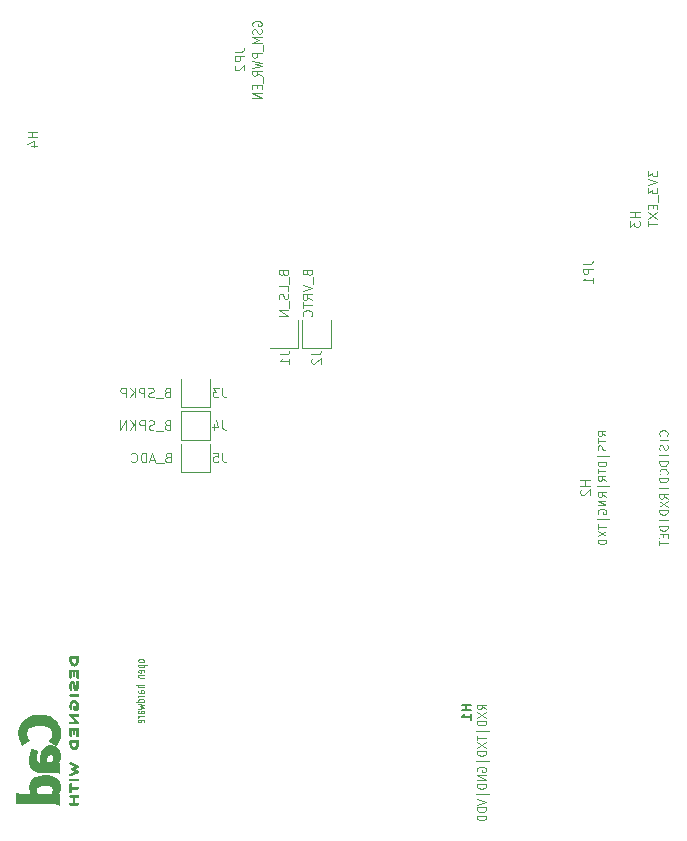
<source format=gbo>
G04 #@! TF.GenerationSoftware,KiCad,Pcbnew,5.1.2-f72e74a~84~ubuntu18.04.1*
G04 #@! TF.CreationDate,2019-06-22T18:56:12+05:30*
G04 #@! TF.ProjectId,mc60,6d633630-2e6b-4696-9361-645f70636258,rev?*
G04 #@! TF.SameCoordinates,PX41cdb40PY7bfa480*
G04 #@! TF.FileFunction,Legend,Bot*
G04 #@! TF.FilePolarity,Positive*
%FSLAX46Y46*%
G04 Gerber Fmt 4.6, Leading zero omitted, Abs format (unit mm)*
G04 Created by KiCad (PCBNEW 5.1.2-f72e74a~84~ubuntu18.04.1) date 2019-06-22 18:56:12*
%MOMM*%
%LPD*%
G04 APERTURE LIST*
%ADD10C,0.100000*%
%ADD11C,0.120000*%
%ADD12C,0.010000*%
%ADD13C,0.075000*%
%ADD14C,0.150000*%
%ADD15C,0.700000*%
%ADD16C,0.002540*%
%ADD17C,1.150000*%
%ADD18C,5.600000*%
%ADD19R,1.400000X1.400000*%
%ADD20O,1.400000X1.400000*%
%ADD21R,2.400000X2.400000*%
%ADD22O,2.432000X2.127200*%
%ADD23R,2.432000X2.127200*%
%ADD24C,1.250000*%
%ADD25C,2.400000*%
%ADD26O,2.127200X2.127200*%
%ADD27R,2.127200X2.127200*%
%ADD28C,1.500000*%
%ADD29R,2.200000X2.600000*%
%ADD30O,2.200000X2.600000*%
G04 APERTURE END LIST*
D10*
X53766666Y33866667D02*
X53433333Y34100000D01*
X53766666Y34266667D02*
X53066666Y34266667D01*
X53066666Y34000000D01*
X53100000Y33933334D01*
X53133333Y33900000D01*
X53200000Y33866667D01*
X53300000Y33866667D01*
X53366666Y33900000D01*
X53400000Y33933334D01*
X53433333Y34000000D01*
X53433333Y34266667D01*
X53066666Y33666667D02*
X53066666Y33266667D01*
X53766666Y33466667D02*
X53066666Y33466667D01*
X53733333Y33066667D02*
X53766666Y32966667D01*
X53766666Y32800000D01*
X53733333Y32733334D01*
X53700000Y32700000D01*
X53633333Y32666667D01*
X53566666Y32666667D01*
X53500000Y32700000D01*
X53466666Y32733334D01*
X53433333Y32800000D01*
X53400000Y32933334D01*
X53366666Y33000000D01*
X53333333Y33033334D01*
X53266666Y33066667D01*
X53200000Y33066667D01*
X53133333Y33033334D01*
X53100000Y33000000D01*
X53066666Y32933334D01*
X53066666Y32766667D01*
X53100000Y32666667D01*
X54000000Y32200000D02*
X53000000Y32200000D01*
X53766666Y31700000D02*
X53066666Y31700000D01*
X53066666Y31533334D01*
X53100000Y31433334D01*
X53166666Y31366667D01*
X53233333Y31333334D01*
X53366666Y31300000D01*
X53466666Y31300000D01*
X53600000Y31333334D01*
X53666666Y31366667D01*
X53733333Y31433334D01*
X53766666Y31533334D01*
X53766666Y31700000D01*
X53066666Y31100000D02*
X53066666Y30700000D01*
X53766666Y30900000D02*
X53066666Y30900000D01*
X53766666Y30066667D02*
X53433333Y30300000D01*
X53766666Y30466667D02*
X53066666Y30466667D01*
X53066666Y30200000D01*
X53100000Y30133334D01*
X53133333Y30100000D01*
X53200000Y30066667D01*
X53300000Y30066667D01*
X53366666Y30100000D01*
X53400000Y30133334D01*
X53433333Y30200000D01*
X53433333Y30466667D01*
X54000000Y29600000D02*
X53000000Y29600000D01*
X53766666Y28700000D02*
X53433333Y28933334D01*
X53766666Y29100000D02*
X53066666Y29100000D01*
X53066666Y28833334D01*
X53100000Y28766667D01*
X53133333Y28733334D01*
X53200000Y28700000D01*
X53300000Y28700000D01*
X53366666Y28733334D01*
X53400000Y28766667D01*
X53433333Y28833334D01*
X53433333Y29100000D01*
X53766666Y28400000D02*
X53066666Y28400000D01*
X53766666Y28000000D01*
X53066666Y28000000D01*
X53100000Y27300000D02*
X53066666Y27366667D01*
X53066666Y27466667D01*
X53100000Y27566667D01*
X53166666Y27633334D01*
X53233333Y27666667D01*
X53366666Y27700000D01*
X53466666Y27700000D01*
X53600000Y27666667D01*
X53666666Y27633334D01*
X53733333Y27566667D01*
X53766666Y27466667D01*
X53766666Y27400000D01*
X53733333Y27300000D01*
X53700000Y27266667D01*
X53466666Y27266667D01*
X53466666Y27400000D01*
X54000000Y26800000D02*
X53000000Y26800000D01*
X53066666Y26400000D02*
X53066666Y26000000D01*
X53766666Y26200000D02*
X53066666Y26200000D01*
X53066666Y25833334D02*
X53766666Y25366667D01*
X53066666Y25366667D02*
X53766666Y25833334D01*
X53766666Y25100000D02*
X53066666Y25100000D01*
X53066666Y24933334D01*
X53100000Y24833334D01*
X53166666Y24766667D01*
X53233333Y24733334D01*
X53366666Y24700000D01*
X53466666Y24700000D01*
X53600000Y24733334D01*
X53666666Y24766667D01*
X53733333Y24833334D01*
X53766666Y24933334D01*
X53766666Y25100000D01*
X58900000Y33900000D02*
X58933333Y33933334D01*
X58966666Y34033334D01*
X58966666Y34100000D01*
X58933333Y34200000D01*
X58866666Y34266667D01*
X58800000Y34300000D01*
X58666666Y34333334D01*
X58566666Y34333334D01*
X58433333Y34300000D01*
X58366666Y34266667D01*
X58300000Y34200000D01*
X58266666Y34100000D01*
X58266666Y34033334D01*
X58300000Y33933334D01*
X58333333Y33900000D01*
X58266666Y33700000D02*
X58266666Y33300000D01*
X58966666Y33500000D02*
X58266666Y33500000D01*
X58933333Y33100000D02*
X58966666Y33000000D01*
X58966666Y32833334D01*
X58933333Y32766667D01*
X58900000Y32733334D01*
X58833333Y32700000D01*
X58766666Y32700000D01*
X58700000Y32733334D01*
X58666666Y32766667D01*
X58633333Y32833334D01*
X58600000Y32966667D01*
X58566666Y33033334D01*
X58533333Y33066667D01*
X58466666Y33100000D01*
X58400000Y33100000D01*
X58333333Y33066667D01*
X58300000Y33033334D01*
X58266666Y32966667D01*
X58266666Y32800000D01*
X58300000Y32700000D01*
X59200000Y32233334D02*
X58200000Y32233334D01*
X58966666Y31733334D02*
X58266666Y31733334D01*
X58266666Y31566667D01*
X58300000Y31466667D01*
X58366666Y31400000D01*
X58433333Y31366667D01*
X58566666Y31333334D01*
X58666666Y31333334D01*
X58800000Y31366667D01*
X58866666Y31400000D01*
X58933333Y31466667D01*
X58966666Y31566667D01*
X58966666Y31733334D01*
X58900000Y30633334D02*
X58933333Y30666667D01*
X58966666Y30766667D01*
X58966666Y30833334D01*
X58933333Y30933334D01*
X58866666Y31000000D01*
X58800000Y31033334D01*
X58666666Y31066667D01*
X58566666Y31066667D01*
X58433333Y31033334D01*
X58366666Y31000000D01*
X58300000Y30933334D01*
X58266666Y30833334D01*
X58266666Y30766667D01*
X58300000Y30666667D01*
X58333333Y30633334D01*
X58966666Y30333334D02*
X58266666Y30333334D01*
X58266666Y30166667D01*
X58300000Y30066667D01*
X58366666Y30000000D01*
X58433333Y29966667D01*
X58566666Y29933334D01*
X58666666Y29933334D01*
X58800000Y29966667D01*
X58866666Y30000000D01*
X58933333Y30066667D01*
X58966666Y30166667D01*
X58966666Y30333334D01*
X59200000Y29466667D02*
X58200000Y29466667D01*
X58966666Y28566667D02*
X58633333Y28800000D01*
X58966666Y28966667D02*
X58266666Y28966667D01*
X58266666Y28700000D01*
X58300000Y28633334D01*
X58333333Y28600000D01*
X58400000Y28566667D01*
X58500000Y28566667D01*
X58566666Y28600000D01*
X58600000Y28633334D01*
X58633333Y28700000D01*
X58633333Y28966667D01*
X58266666Y28333334D02*
X58966666Y27866667D01*
X58266666Y27866667D02*
X58966666Y28333334D01*
X58966666Y27600000D02*
X58266666Y27600000D01*
X58266666Y27433334D01*
X58300000Y27333334D01*
X58366666Y27266667D01*
X58433333Y27233334D01*
X58566666Y27200000D01*
X58666666Y27200000D01*
X58800000Y27233334D01*
X58866666Y27266667D01*
X58933333Y27333334D01*
X58966666Y27433334D01*
X58966666Y27600000D01*
X59200000Y26733334D02*
X58200000Y26733334D01*
X58966666Y26233334D02*
X58266666Y26233334D01*
X58266666Y26066667D01*
X58300000Y25966667D01*
X58366666Y25900000D01*
X58433333Y25866667D01*
X58566666Y25833334D01*
X58666666Y25833334D01*
X58800000Y25866667D01*
X58866666Y25900000D01*
X58933333Y25966667D01*
X58966666Y26066667D01*
X58966666Y26233334D01*
X58600000Y25533334D02*
X58600000Y25300000D01*
X58966666Y25200000D02*
X58966666Y25533334D01*
X58266666Y25533334D01*
X58266666Y25200000D01*
X58266666Y25000000D02*
X58266666Y24600000D01*
X58966666Y24800000D02*
X58266666Y24800000D01*
D11*
X43611904Y10733334D02*
X43230952Y10966667D01*
X43611904Y11133334D02*
X42811904Y11133334D01*
X42811904Y10866667D01*
X42850000Y10800000D01*
X42888095Y10766667D01*
X42964285Y10733334D01*
X43078571Y10733334D01*
X43154761Y10766667D01*
X43192857Y10800000D01*
X43230952Y10866667D01*
X43230952Y11133334D01*
X42811904Y10500000D02*
X43611904Y10033334D01*
X42811904Y10033334D02*
X43611904Y10500000D01*
X43611904Y9766667D02*
X42811904Y9766667D01*
X42811904Y9600000D01*
X42850000Y9500000D01*
X42926190Y9433334D01*
X43002380Y9400000D01*
X43154761Y9366667D01*
X43269047Y9366667D01*
X43421428Y9400000D01*
X43497619Y9433334D01*
X43573809Y9500000D01*
X43611904Y9600000D01*
X43611904Y9766667D01*
X43878571Y8900000D02*
X42735714Y8900000D01*
X42811904Y8500000D02*
X42811904Y8100000D01*
X43611904Y8300000D02*
X42811904Y8300000D01*
X42811904Y7933334D02*
X43611904Y7466667D01*
X42811904Y7466667D02*
X43611904Y7933334D01*
X43611904Y7200000D02*
X42811904Y7200000D01*
X42811904Y7033334D01*
X42850000Y6933334D01*
X42926190Y6866667D01*
X43002380Y6833334D01*
X43154761Y6800000D01*
X43269047Y6800000D01*
X43421428Y6833334D01*
X43497619Y6866667D01*
X43573809Y6933334D01*
X43611904Y7033334D01*
X43611904Y7200000D01*
X43878571Y6333334D02*
X42735714Y6333334D01*
X42850000Y5466667D02*
X42811904Y5533334D01*
X42811904Y5633334D01*
X42850000Y5733334D01*
X42926190Y5800000D01*
X43002380Y5833334D01*
X43154761Y5866667D01*
X43269047Y5866667D01*
X43421428Y5833334D01*
X43497619Y5800000D01*
X43573809Y5733334D01*
X43611904Y5633334D01*
X43611904Y5566667D01*
X43573809Y5466667D01*
X43535714Y5433334D01*
X43269047Y5433334D01*
X43269047Y5566667D01*
X43611904Y5133334D02*
X42811904Y5133334D01*
X43611904Y4733334D01*
X42811904Y4733334D01*
X43611904Y4400000D02*
X42811904Y4400000D01*
X42811904Y4233334D01*
X42850000Y4133334D01*
X42926190Y4066667D01*
X43002380Y4033334D01*
X43154761Y4000000D01*
X43269047Y4000000D01*
X43421428Y4033334D01*
X43497619Y4066667D01*
X43573809Y4133334D01*
X43611904Y4233334D01*
X43611904Y4400000D01*
X43878571Y3533334D02*
X42735714Y3533334D01*
X42811904Y3133334D02*
X43611904Y2900000D01*
X42811904Y2666667D01*
X43611904Y2433334D02*
X42811904Y2433334D01*
X42811904Y2266667D01*
X42850000Y2166667D01*
X42926190Y2100000D01*
X43002380Y2066667D01*
X43154761Y2033334D01*
X43269047Y2033334D01*
X43421428Y2066667D01*
X43497619Y2100000D01*
X43573809Y2166667D01*
X43611904Y2266667D01*
X43611904Y2433334D01*
X43611904Y1733334D02*
X42811904Y1733334D01*
X42811904Y1566667D01*
X42850000Y1466667D01*
X42926190Y1400000D01*
X43002380Y1366667D01*
X43154761Y1333334D01*
X43269047Y1333334D01*
X43421428Y1366667D01*
X43497619Y1400000D01*
X43573809Y1466667D01*
X43611904Y1566667D01*
X43611904Y1733334D01*
D12*
G36*
X8319066Y15071371D02*
G01*
X8319467Y15031889D01*
X8322259Y14916200D01*
X8330550Y14819311D01*
X8345232Y14737919D01*
X8367193Y14668723D01*
X8397322Y14608420D01*
X8436510Y14553708D01*
X8453532Y14534167D01*
X8493363Y14501750D01*
X8547413Y14472520D01*
X8607323Y14449991D01*
X8664739Y14437679D01*
X8685956Y14436400D01*
X8744769Y14444417D01*
X8809013Y14465899D01*
X8869821Y14496999D01*
X8918330Y14533866D01*
X8924182Y14539854D01*
X8965321Y14590579D01*
X8997435Y14646125D01*
X9021365Y14709696D01*
X9037953Y14784494D01*
X9048041Y14873722D01*
X9052469Y14980582D01*
X9052845Y15029528D01*
X9052545Y15091762D01*
X9051292Y15135528D01*
X9048554Y15164931D01*
X9043801Y15184079D01*
X9036501Y15197077D01*
X9030267Y15204045D01*
X9022694Y15210626D01*
X9012924Y15215788D01*
X8998340Y15219703D01*
X8976326Y15222543D01*
X8944264Y15224480D01*
X8899536Y15225684D01*
X8839526Y15226328D01*
X8761617Y15226583D01*
X8685956Y15226622D01*
X8585041Y15226870D01*
X8504427Y15226817D01*
X8465822Y15225857D01*
X8465822Y15079867D01*
X8906089Y15079867D01*
X8906004Y14986734D01*
X8904396Y14930693D01*
X8900256Y14871999D01*
X8894464Y14823028D01*
X8894226Y14821538D01*
X8875090Y14742392D01*
X8845287Y14681002D01*
X8802878Y14634305D01*
X8756961Y14604635D01*
X8706026Y14586353D01*
X8658200Y14587771D01*
X8606933Y14608988D01*
X8553899Y14650489D01*
X8514600Y14707998D01*
X8488331Y14782750D01*
X8479035Y14832708D01*
X8472507Y14889416D01*
X8467782Y14949519D01*
X8465817Y15000639D01*
X8465808Y15003667D01*
X8465822Y15079867D01*
X8465822Y15225857D01*
X8441851Y15225260D01*
X8395055Y15220998D01*
X8361778Y15212830D01*
X8339759Y15199556D01*
X8326739Y15179974D01*
X8320457Y15152883D01*
X8318653Y15117082D01*
X8319066Y15071371D01*
X8319066Y15071371D01*
G37*
X8319066Y15071371D02*
X8319467Y15031889D01*
X8322259Y14916200D01*
X8330550Y14819311D01*
X8345232Y14737919D01*
X8367193Y14668723D01*
X8397322Y14608420D01*
X8436510Y14553708D01*
X8453532Y14534167D01*
X8493363Y14501750D01*
X8547413Y14472520D01*
X8607323Y14449991D01*
X8664739Y14437679D01*
X8685956Y14436400D01*
X8744769Y14444417D01*
X8809013Y14465899D01*
X8869821Y14496999D01*
X8918330Y14533866D01*
X8924182Y14539854D01*
X8965321Y14590579D01*
X8997435Y14646125D01*
X9021365Y14709696D01*
X9037953Y14784494D01*
X9048041Y14873722D01*
X9052469Y14980582D01*
X9052845Y15029528D01*
X9052545Y15091762D01*
X9051292Y15135528D01*
X9048554Y15164931D01*
X9043801Y15184079D01*
X9036501Y15197077D01*
X9030267Y15204045D01*
X9022694Y15210626D01*
X9012924Y15215788D01*
X8998340Y15219703D01*
X8976326Y15222543D01*
X8944264Y15224480D01*
X8899536Y15225684D01*
X8839526Y15226328D01*
X8761617Y15226583D01*
X8685956Y15226622D01*
X8585041Y15226870D01*
X8504427Y15226817D01*
X8465822Y15225857D01*
X8465822Y15079867D01*
X8906089Y15079867D01*
X8906004Y14986734D01*
X8904396Y14930693D01*
X8900256Y14871999D01*
X8894464Y14823028D01*
X8894226Y14821538D01*
X8875090Y14742392D01*
X8845287Y14681002D01*
X8802878Y14634305D01*
X8756961Y14604635D01*
X8706026Y14586353D01*
X8658200Y14587771D01*
X8606933Y14608988D01*
X8553899Y14650489D01*
X8514600Y14707998D01*
X8488331Y14782750D01*
X8479035Y14832708D01*
X8472507Y14889416D01*
X8467782Y14949519D01*
X8465817Y15000639D01*
X8465808Y15003667D01*
X8465822Y15079867D01*
X8465822Y15225857D01*
X8441851Y15225260D01*
X8395055Y15220998D01*
X8361778Y15212830D01*
X8339759Y15199556D01*
X8326739Y15179974D01*
X8320457Y15152883D01*
X8318653Y15117082D01*
X8319066Y15071371D01*
G36*
X8319146Y13662794D02*
G01*
X8319518Y13593386D01*
X8320385Y13540997D01*
X8321946Y13502847D01*
X8324403Y13476159D01*
X8327957Y13458153D01*
X8332810Y13446049D01*
X8339161Y13437069D01*
X8342084Y13433818D01*
X8373142Y13414043D01*
X8408828Y13410482D01*
X8440510Y13423491D01*
X8446913Y13429506D01*
X8453121Y13439235D01*
X8457910Y13454901D01*
X8461514Y13479408D01*
X8464164Y13515661D01*
X8466095Y13566565D01*
X8467539Y13635026D01*
X8468418Y13697617D01*
X8471467Y13945334D01*
X8536378Y13948719D01*
X8601289Y13952105D01*
X8601289Y13783958D01*
X8601919Y13710959D01*
X8604553Y13657517D01*
X8610309Y13620628D01*
X8620304Y13597288D01*
X8635656Y13584494D01*
X8657482Y13579242D01*
X8677738Y13578445D01*
X8702592Y13580923D01*
X8720906Y13590277D01*
X8733637Y13609383D01*
X8741741Y13641118D01*
X8746176Y13688359D01*
X8747899Y13753983D01*
X8748045Y13789801D01*
X8748045Y13950978D01*
X8906089Y13950978D01*
X8906089Y13702622D01*
X8906202Y13621213D01*
X8906712Y13559342D01*
X8907870Y13513968D01*
X8909930Y13482054D01*
X8913146Y13460559D01*
X8917772Y13446443D01*
X8924059Y13436668D01*
X8928667Y13431689D01*
X8955560Y13414610D01*
X8979467Y13409111D01*
X9008667Y13416963D01*
X9030267Y13431689D01*
X9037066Y13439546D01*
X9042346Y13449688D01*
X9046298Y13464844D01*
X9049113Y13487741D01*
X9050982Y13521109D01*
X9052098Y13567675D01*
X9052651Y13630167D01*
X9052833Y13711314D01*
X9052845Y13753422D01*
X9052765Y13843598D01*
X9052398Y13913924D01*
X9051552Y13967129D01*
X9050036Y14005940D01*
X9047659Y14033087D01*
X9044229Y14051298D01*
X9039554Y14063300D01*
X9033444Y14071822D01*
X9030267Y14075156D01*
X9022670Y14081755D01*
X9012870Y14086927D01*
X8998239Y14090846D01*
X8976152Y14093684D01*
X8943982Y14095615D01*
X8899103Y14096812D01*
X8838889Y14097448D01*
X8760713Y14097697D01*
X8687923Y14097734D01*
X8594707Y14097700D01*
X8521431Y14097465D01*
X8465458Y14096830D01*
X8424151Y14095594D01*
X8394872Y14093556D01*
X8374984Y14090517D01*
X8361850Y14086277D01*
X8352832Y14080635D01*
X8345293Y14073391D01*
X8343612Y14071606D01*
X8336172Y14062945D01*
X8330409Y14052882D01*
X8326112Y14038625D01*
X8323064Y14017383D01*
X8321051Y13986364D01*
X8319860Y13942777D01*
X8319275Y13883831D01*
X8319083Y13806734D01*
X8319067Y13752001D01*
X8319146Y13662794D01*
X8319146Y13662794D01*
G37*
X8319146Y13662794D02*
X8319518Y13593386D01*
X8320385Y13540997D01*
X8321946Y13502847D01*
X8324403Y13476159D01*
X8327957Y13458153D01*
X8332810Y13446049D01*
X8339161Y13437069D01*
X8342084Y13433818D01*
X8373142Y13414043D01*
X8408828Y13410482D01*
X8440510Y13423491D01*
X8446913Y13429506D01*
X8453121Y13439235D01*
X8457910Y13454901D01*
X8461514Y13479408D01*
X8464164Y13515661D01*
X8466095Y13566565D01*
X8467539Y13635026D01*
X8468418Y13697617D01*
X8471467Y13945334D01*
X8536378Y13948719D01*
X8601289Y13952105D01*
X8601289Y13783958D01*
X8601919Y13710959D01*
X8604553Y13657517D01*
X8610309Y13620628D01*
X8620304Y13597288D01*
X8635656Y13584494D01*
X8657482Y13579242D01*
X8677738Y13578445D01*
X8702592Y13580923D01*
X8720906Y13590277D01*
X8733637Y13609383D01*
X8741741Y13641118D01*
X8746176Y13688359D01*
X8747899Y13753983D01*
X8748045Y13789801D01*
X8748045Y13950978D01*
X8906089Y13950978D01*
X8906089Y13702622D01*
X8906202Y13621213D01*
X8906712Y13559342D01*
X8907870Y13513968D01*
X8909930Y13482054D01*
X8913146Y13460559D01*
X8917772Y13446443D01*
X8924059Y13436668D01*
X8928667Y13431689D01*
X8955560Y13414610D01*
X8979467Y13409111D01*
X9008667Y13416963D01*
X9030267Y13431689D01*
X9037066Y13439546D01*
X9042346Y13449688D01*
X9046298Y13464844D01*
X9049113Y13487741D01*
X9050982Y13521109D01*
X9052098Y13567675D01*
X9052651Y13630167D01*
X9052833Y13711314D01*
X9052845Y13753422D01*
X9052765Y13843598D01*
X9052398Y13913924D01*
X9051552Y13967129D01*
X9050036Y14005940D01*
X9047659Y14033087D01*
X9044229Y14051298D01*
X9039554Y14063300D01*
X9033444Y14071822D01*
X9030267Y14075156D01*
X9022670Y14081755D01*
X9012870Y14086927D01*
X8998239Y14090846D01*
X8976152Y14093684D01*
X8943982Y14095615D01*
X8899103Y14096812D01*
X8838889Y14097448D01*
X8760713Y14097697D01*
X8687923Y14097734D01*
X8594707Y14097700D01*
X8521431Y14097465D01*
X8465458Y14096830D01*
X8424151Y14095594D01*
X8394872Y14093556D01*
X8374984Y14090517D01*
X8361850Y14086277D01*
X8352832Y14080635D01*
X8345293Y14073391D01*
X8343612Y14071606D01*
X8336172Y14062945D01*
X8330409Y14052882D01*
X8326112Y14038625D01*
X8323064Y14017383D01*
X8321051Y13986364D01*
X8319860Y13942777D01*
X8319275Y13883831D01*
X8319083Y13806734D01*
X8319067Y13752001D01*
X8319146Y13662794D01*
G36*
X8320351Y12641703D02*
G01*
X8325581Y12566888D01*
X8333750Y12497306D01*
X8344550Y12437002D01*
X8357673Y12390020D01*
X8372813Y12360406D01*
X8377269Y12355860D01*
X8411850Y12340054D01*
X8447351Y12344847D01*
X8477725Y12369364D01*
X8478596Y12370534D01*
X8487954Y12384954D01*
X8492876Y12400008D01*
X8493473Y12421005D01*
X8489861Y12453257D01*
X8482154Y12502073D01*
X8481505Y12506000D01*
X8472569Y12578739D01*
X8468161Y12657217D01*
X8468119Y12735927D01*
X8472279Y12809361D01*
X8480479Y12872011D01*
X8492557Y12918370D01*
X8493771Y12921416D01*
X8512615Y12955048D01*
X8531685Y12966864D01*
X8550439Y12957614D01*
X8568337Y12928047D01*
X8584837Y12878911D01*
X8599396Y12810957D01*
X8606406Y12765645D01*
X8619889Y12671456D01*
X8632214Y12596544D01*
X8644449Y12537717D01*
X8657661Y12491785D01*
X8672917Y12455555D01*
X8691285Y12425838D01*
X8713831Y12399442D01*
X8735971Y12378230D01*
X8766819Y12353065D01*
X8793345Y12340681D01*
X8826026Y12336808D01*
X8837995Y12336667D01*
X8877712Y12339576D01*
X8907259Y12351202D01*
X8933486Y12371323D01*
X8973576Y12412216D01*
X9004149Y12457817D01*
X9026203Y12511513D01*
X9040735Y12576692D01*
X9048741Y12656744D01*
X9051218Y12755057D01*
X9051177Y12771289D01*
X9049818Y12836849D01*
X9046730Y12901866D01*
X9042356Y12959252D01*
X9037140Y13001922D01*
X9036541Y13005372D01*
X9026491Y13047796D01*
X9013796Y13083780D01*
X9002190Y13104150D01*
X8971572Y13123107D01*
X8935918Y13124427D01*
X8904144Y13108085D01*
X8900551Y13104429D01*
X8889876Y13089315D01*
X8885276Y13070415D01*
X8886059Y13041162D01*
X8890127Y13005651D01*
X8893762Y12965970D01*
X8896828Y12910345D01*
X8899053Y12845406D01*
X8900164Y12777785D01*
X8900237Y12760000D01*
X8899964Y12692128D01*
X8898646Y12642454D01*
X8895827Y12606610D01*
X8891050Y12580224D01*
X8883857Y12558926D01*
X8877867Y12546126D01*
X8861233Y12518000D01*
X8846168Y12500068D01*
X8841897Y12497447D01*
X8824263Y12502976D01*
X8807192Y12529260D01*
X8791458Y12574478D01*
X8777838Y12636808D01*
X8774804Y12655171D01*
X8759738Y12751090D01*
X8747146Y12827641D01*
X8736111Y12887780D01*
X8725720Y12934460D01*
X8715056Y12970637D01*
X8703205Y12999265D01*
X8689251Y13023298D01*
X8672281Y13045692D01*
X8651378Y13069402D01*
X8644049Y13077380D01*
X8616699Y13105353D01*
X8595029Y13120160D01*
X8570232Y13125952D01*
X8538983Y13126889D01*
X8477705Y13116575D01*
X8425640Y13085752D01*
X8382958Y13034595D01*
X8349825Y12963283D01*
X8334964Y12912400D01*
X8325366Y12857100D01*
X8319936Y12790853D01*
X8318367Y12717706D01*
X8320351Y12641703D01*
X8320351Y12641703D01*
G37*
X8320351Y12641703D02*
X8325581Y12566888D01*
X8333750Y12497306D01*
X8344550Y12437002D01*
X8357673Y12390020D01*
X8372813Y12360406D01*
X8377269Y12355860D01*
X8411850Y12340054D01*
X8447351Y12344847D01*
X8477725Y12369364D01*
X8478596Y12370534D01*
X8487954Y12384954D01*
X8492876Y12400008D01*
X8493473Y12421005D01*
X8489861Y12453257D01*
X8482154Y12502073D01*
X8481505Y12506000D01*
X8472569Y12578739D01*
X8468161Y12657217D01*
X8468119Y12735927D01*
X8472279Y12809361D01*
X8480479Y12872011D01*
X8492557Y12918370D01*
X8493771Y12921416D01*
X8512615Y12955048D01*
X8531685Y12966864D01*
X8550439Y12957614D01*
X8568337Y12928047D01*
X8584837Y12878911D01*
X8599396Y12810957D01*
X8606406Y12765645D01*
X8619889Y12671456D01*
X8632214Y12596544D01*
X8644449Y12537717D01*
X8657661Y12491785D01*
X8672917Y12455555D01*
X8691285Y12425838D01*
X8713831Y12399442D01*
X8735971Y12378230D01*
X8766819Y12353065D01*
X8793345Y12340681D01*
X8826026Y12336808D01*
X8837995Y12336667D01*
X8877712Y12339576D01*
X8907259Y12351202D01*
X8933486Y12371323D01*
X8973576Y12412216D01*
X9004149Y12457817D01*
X9026203Y12511513D01*
X9040735Y12576692D01*
X9048741Y12656744D01*
X9051218Y12755057D01*
X9051177Y12771289D01*
X9049818Y12836849D01*
X9046730Y12901866D01*
X9042356Y12959252D01*
X9037140Y13001922D01*
X9036541Y13005372D01*
X9026491Y13047796D01*
X9013796Y13083780D01*
X9002190Y13104150D01*
X8971572Y13123107D01*
X8935918Y13124427D01*
X8904144Y13108085D01*
X8900551Y13104429D01*
X8889876Y13089315D01*
X8885276Y13070415D01*
X8886059Y13041162D01*
X8890127Y13005651D01*
X8893762Y12965970D01*
X8896828Y12910345D01*
X8899053Y12845406D01*
X8900164Y12777785D01*
X8900237Y12760000D01*
X8899964Y12692128D01*
X8898646Y12642454D01*
X8895827Y12606610D01*
X8891050Y12580224D01*
X8883857Y12558926D01*
X8877867Y12546126D01*
X8861233Y12518000D01*
X8846168Y12500068D01*
X8841897Y12497447D01*
X8824263Y12502976D01*
X8807192Y12529260D01*
X8791458Y12574478D01*
X8777838Y12636808D01*
X8774804Y12655171D01*
X8759738Y12751090D01*
X8747146Y12827641D01*
X8736111Y12887780D01*
X8725720Y12934460D01*
X8715056Y12970637D01*
X8703205Y12999265D01*
X8689251Y13023298D01*
X8672281Y13045692D01*
X8651378Y13069402D01*
X8644049Y13077380D01*
X8616699Y13105353D01*
X8595029Y13120160D01*
X8570232Y13125952D01*
X8538983Y13126889D01*
X8477705Y13116575D01*
X8425640Y13085752D01*
X8382958Y13034595D01*
X8349825Y12963283D01*
X8334964Y12912400D01*
X8325366Y12857100D01*
X8319936Y12790853D01*
X8318367Y12717706D01*
X8320351Y12641703D01*
G36*
X8341645Y11873822D02*
G01*
X8349218Y11867242D01*
X8358987Y11862079D01*
X8373571Y11858164D01*
X8395585Y11855324D01*
X8427648Y11853387D01*
X8472375Y11852183D01*
X8532385Y11851539D01*
X8610294Y11851284D01*
X8685956Y11851245D01*
X8779802Y11851314D01*
X8853689Y11851638D01*
X8910232Y11852386D01*
X8952049Y11853732D01*
X8981757Y11855846D01*
X9001973Y11858900D01*
X9015314Y11863066D01*
X9024398Y11868516D01*
X9030267Y11873822D01*
X9049947Y11906826D01*
X9048181Y11941991D01*
X9026717Y11973455D01*
X9018337Y11980684D01*
X9008614Y11986334D01*
X8994861Y11990599D01*
X8974389Y11993673D01*
X8944512Y11995752D01*
X8902541Y11997030D01*
X8845789Y11997701D01*
X8771567Y11997959D01*
X8687537Y11998000D01*
X8374485Y11998000D01*
X8346776Y11970291D01*
X8323463Y11936137D01*
X8322623Y11903006D01*
X8341645Y11873822D01*
X8341645Y11873822D01*
G37*
X8341645Y11873822D02*
X8349218Y11867242D01*
X8358987Y11862079D01*
X8373571Y11858164D01*
X8395585Y11855324D01*
X8427648Y11853387D01*
X8472375Y11852183D01*
X8532385Y11851539D01*
X8610294Y11851284D01*
X8685956Y11851245D01*
X8779802Y11851314D01*
X8853689Y11851638D01*
X8910232Y11852386D01*
X8952049Y11853732D01*
X8981757Y11855846D01*
X9001973Y11858900D01*
X9015314Y11863066D01*
X9024398Y11868516D01*
X9030267Y11873822D01*
X9049947Y11906826D01*
X9048181Y11941991D01*
X9026717Y11973455D01*
X9018337Y11980684D01*
X9008614Y11986334D01*
X8994861Y11990599D01*
X8974389Y11993673D01*
X8944512Y11995752D01*
X8902541Y11997030D01*
X8845789Y11997701D01*
X8771567Y11997959D01*
X8687537Y11998000D01*
X8374485Y11998000D01*
X8346776Y11970291D01*
X8323463Y11936137D01*
X8322623Y11903006D01*
X8341645Y11873822D01*
G36*
X8324599Y10900081D02*
G01*
X8336095Y10831565D01*
X8353967Y10778943D01*
X8377499Y10744708D01*
X8390924Y10735379D01*
X8422148Y10725893D01*
X8450395Y10732277D01*
X8477182Y10752430D01*
X8489713Y10783745D01*
X8488696Y10829183D01*
X8481906Y10864326D01*
X8468971Y10942419D01*
X8467742Y11022226D01*
X8478241Y11111555D01*
X8482690Y11136229D01*
X8506108Y11219291D01*
X8540945Y11284273D01*
X8586604Y11330461D01*
X8642494Y11357145D01*
X8671388Y11362663D01*
X8730012Y11359051D01*
X8781879Y11335729D01*
X8825978Y11294824D01*
X8861299Y11238459D01*
X8886829Y11168760D01*
X8901559Y11087852D01*
X8904478Y10997860D01*
X8894575Y10900910D01*
X8893641Y10895436D01*
X8886459Y10856875D01*
X8879521Y10835494D01*
X8869227Y10826227D01*
X8851976Y10824006D01*
X8842841Y10823956D01*
X8804489Y10823956D01*
X8804489Y10892431D01*
X8800347Y10952900D01*
X8787147Y10994165D01*
X8763730Y11018175D01*
X8728936Y11026877D01*
X8724394Y11026983D01*
X8694654Y11021892D01*
X8673419Y11004433D01*
X8659366Y10971939D01*
X8651173Y10921743D01*
X8648161Y10873123D01*
X8646433Y10802456D01*
X8649070Y10751198D01*
X8658800Y10716239D01*
X8678353Y10694470D01*
X8710456Y10682780D01*
X8757838Y10678060D01*
X8820071Y10677200D01*
X8889535Y10678609D01*
X8936786Y10682848D01*
X8962012Y10689936D01*
X8963988Y10691311D01*
X8995508Y10730228D01*
X9020470Y10787286D01*
X9038340Y10858869D01*
X9048586Y10941358D01*
X9050673Y11031139D01*
X9044068Y11124592D01*
X9035956Y11179556D01*
X9011554Y11265766D01*
X8971662Y11345892D01*
X8919887Y11412977D01*
X8909539Y11423173D01*
X8866035Y11456302D01*
X8812118Y11486194D01*
X8755592Y11509357D01*
X8704259Y11522298D01*
X8684544Y11523858D01*
X8643419Y11517218D01*
X8592252Y11499568D01*
X8538394Y11474297D01*
X8489195Y11444789D01*
X8456334Y11418719D01*
X8407452Y11357765D01*
X8368545Y11278969D01*
X8340494Y11185157D01*
X8324179Y11079150D01*
X8320192Y10982000D01*
X8324599Y10900081D01*
X8324599Y10900081D01*
G37*
X8324599Y10900081D02*
X8336095Y10831565D01*
X8353967Y10778943D01*
X8377499Y10744708D01*
X8390924Y10735379D01*
X8422148Y10725893D01*
X8450395Y10732277D01*
X8477182Y10752430D01*
X8489713Y10783745D01*
X8488696Y10829183D01*
X8481906Y10864326D01*
X8468971Y10942419D01*
X8467742Y11022226D01*
X8478241Y11111555D01*
X8482690Y11136229D01*
X8506108Y11219291D01*
X8540945Y11284273D01*
X8586604Y11330461D01*
X8642494Y11357145D01*
X8671388Y11362663D01*
X8730012Y11359051D01*
X8781879Y11335729D01*
X8825978Y11294824D01*
X8861299Y11238459D01*
X8886829Y11168760D01*
X8901559Y11087852D01*
X8904478Y10997860D01*
X8894575Y10900910D01*
X8893641Y10895436D01*
X8886459Y10856875D01*
X8879521Y10835494D01*
X8869227Y10826227D01*
X8851976Y10824006D01*
X8842841Y10823956D01*
X8804489Y10823956D01*
X8804489Y10892431D01*
X8800347Y10952900D01*
X8787147Y10994165D01*
X8763730Y11018175D01*
X8728936Y11026877D01*
X8724394Y11026983D01*
X8694654Y11021892D01*
X8673419Y11004433D01*
X8659366Y10971939D01*
X8651173Y10921743D01*
X8648161Y10873123D01*
X8646433Y10802456D01*
X8649070Y10751198D01*
X8658800Y10716239D01*
X8678353Y10694470D01*
X8710456Y10682780D01*
X8757838Y10678060D01*
X8820071Y10677200D01*
X8889535Y10678609D01*
X8936786Y10682848D01*
X8962012Y10689936D01*
X8963988Y10691311D01*
X8995508Y10730228D01*
X9020470Y10787286D01*
X9038340Y10858869D01*
X9048586Y10941358D01*
X9050673Y11031139D01*
X9044068Y11124592D01*
X9035956Y11179556D01*
X9011554Y11265766D01*
X8971662Y11345892D01*
X8919887Y11412977D01*
X8909539Y11423173D01*
X8866035Y11456302D01*
X8812118Y11486194D01*
X8755592Y11509357D01*
X8704259Y11522298D01*
X8684544Y11523858D01*
X8643419Y11517218D01*
X8592252Y11499568D01*
X8538394Y11474297D01*
X8489195Y11444789D01*
X8456334Y11418719D01*
X8407452Y11357765D01*
X8368545Y11278969D01*
X8340494Y11185157D01*
X8324179Y11079150D01*
X8320192Y10982000D01*
X8324599Y10900081D01*
G36*
X8323448Y10250114D02*
G01*
X8337273Y10226548D01*
X8359881Y10195735D01*
X8392338Y10156078D01*
X8435708Y10105980D01*
X8491058Y10043843D01*
X8559451Y9968072D01*
X8638084Y9881334D01*
X8801878Y9700711D01*
X8582029Y9695067D01*
X8506351Y9693029D01*
X8449994Y9691063D01*
X8409706Y9688734D01*
X8382235Y9685606D01*
X8364329Y9681245D01*
X8352737Y9675216D01*
X8344208Y9667084D01*
X8340623Y9662772D01*
X8321670Y9628241D01*
X8324441Y9595383D01*
X8340633Y9569318D01*
X8362199Y9542667D01*
X8677151Y9539352D01*
X8769779Y9538435D01*
X8842544Y9537968D01*
X8898161Y9538113D01*
X8939342Y9539032D01*
X8968803Y9540887D01*
X8989255Y9543839D01*
X9003413Y9548050D01*
X9013991Y9553682D01*
X9022474Y9559927D01*
X9038207Y9573439D01*
X9048636Y9586883D01*
X9052639Y9602124D01*
X9049094Y9621026D01*
X9036879Y9645455D01*
X9014871Y9677273D01*
X8981949Y9718348D01*
X8936991Y9770542D01*
X8878875Y9835722D01*
X8812099Y9909556D01*
X8571458Y10174845D01*
X8790589Y10180489D01*
X8866128Y10182531D01*
X8922354Y10184502D01*
X8962524Y10186839D01*
X8989896Y10189981D01*
X9007728Y10194364D01*
X9019279Y10200424D01*
X9027807Y10208600D01*
X9031282Y10212784D01*
X9050372Y10249765D01*
X9047493Y10284708D01*
X9023100Y10315136D01*
X9013286Y10322097D01*
X9001826Y10327523D01*
X8985968Y10331603D01*
X8962963Y10334529D01*
X8930062Y10336492D01*
X8884516Y10337683D01*
X8823573Y10338292D01*
X8744486Y10338511D01*
X8685956Y10338534D01*
X8594407Y10338460D01*
X8522687Y10338113D01*
X8468045Y10337301D01*
X8427732Y10335833D01*
X8398998Y10333519D01*
X8379093Y10330167D01*
X8365268Y10325588D01*
X8354772Y10319589D01*
X8348811Y10315136D01*
X8334691Y10303850D01*
X8324029Y10293301D01*
X8317892Y10281893D01*
X8317343Y10268030D01*
X8323448Y10250114D01*
X8323448Y10250114D01*
G37*
X8323448Y10250114D02*
X8337273Y10226548D01*
X8359881Y10195735D01*
X8392338Y10156078D01*
X8435708Y10105980D01*
X8491058Y10043843D01*
X8559451Y9968072D01*
X8638084Y9881334D01*
X8801878Y9700711D01*
X8582029Y9695067D01*
X8506351Y9693029D01*
X8449994Y9691063D01*
X8409706Y9688734D01*
X8382235Y9685606D01*
X8364329Y9681245D01*
X8352737Y9675216D01*
X8344208Y9667084D01*
X8340623Y9662772D01*
X8321670Y9628241D01*
X8324441Y9595383D01*
X8340633Y9569318D01*
X8362199Y9542667D01*
X8677151Y9539352D01*
X8769779Y9538435D01*
X8842544Y9537968D01*
X8898161Y9538113D01*
X8939342Y9539032D01*
X8968803Y9540887D01*
X8989255Y9543839D01*
X9003413Y9548050D01*
X9013991Y9553682D01*
X9022474Y9559927D01*
X9038207Y9573439D01*
X9048636Y9586883D01*
X9052639Y9602124D01*
X9049094Y9621026D01*
X9036879Y9645455D01*
X9014871Y9677273D01*
X8981949Y9718348D01*
X8936991Y9770542D01*
X8878875Y9835722D01*
X8812099Y9909556D01*
X8571458Y10174845D01*
X8790589Y10180489D01*
X8866128Y10182531D01*
X8922354Y10184502D01*
X8962524Y10186839D01*
X8989896Y10189981D01*
X9007728Y10194364D01*
X9019279Y10200424D01*
X9027807Y10208600D01*
X9031282Y10212784D01*
X9050372Y10249765D01*
X9047493Y10284708D01*
X9023100Y10315136D01*
X9013286Y10322097D01*
X9001826Y10327523D01*
X8985968Y10331603D01*
X8962963Y10334529D01*
X8930062Y10336492D01*
X8884516Y10337683D01*
X8823573Y10338292D01*
X8744486Y10338511D01*
X8685956Y10338534D01*
X8594407Y10338460D01*
X8522687Y10338113D01*
X8468045Y10337301D01*
X8427732Y10335833D01*
X8398998Y10333519D01*
X8379093Y10330167D01*
X8365268Y10325588D01*
X8354772Y10319589D01*
X8348811Y10315136D01*
X8334691Y10303850D01*
X8324029Y10293301D01*
X8317892Y10281893D01*
X8317343Y10268030D01*
X8323448Y10250114D01*
G36*
X8319260Y8719657D02*
G01*
X8320174Y8643299D01*
X8322311Y8584783D01*
X8326175Y8541745D01*
X8332267Y8511817D01*
X8341090Y8492632D01*
X8353146Y8481824D01*
X8368939Y8477027D01*
X8388970Y8475873D01*
X8391335Y8475867D01*
X8413992Y8476869D01*
X8431503Y8481604D01*
X8444574Y8492667D01*
X8453913Y8512652D01*
X8460227Y8544154D01*
X8464222Y8589768D01*
X8466606Y8652087D01*
X8468086Y8733707D01*
X8468414Y8758723D01*
X8471467Y9000800D01*
X8536378Y9004186D01*
X8601289Y9007571D01*
X8601289Y8839424D01*
X8601531Y8773734D01*
X8602556Y8726828D01*
X8604811Y8694917D01*
X8608742Y8674209D01*
X8614798Y8660916D01*
X8623424Y8651245D01*
X8623493Y8651183D01*
X8657112Y8633644D01*
X8693448Y8634278D01*
X8724423Y8652686D01*
X8727607Y8656329D01*
X8735812Y8669259D01*
X8741521Y8686976D01*
X8745162Y8713430D01*
X8747167Y8752568D01*
X8747964Y8808338D01*
X8748045Y8844006D01*
X8748045Y9006445D01*
X8906089Y9006445D01*
X8906089Y8759839D01*
X8906231Y8678420D01*
X8906814Y8616590D01*
X8908068Y8571363D01*
X8910227Y8539752D01*
X8913523Y8518769D01*
X8918189Y8505427D01*
X8924457Y8496739D01*
X8926733Y8494550D01*
X8958280Y8478386D01*
X8994168Y8477203D01*
X9025285Y8490464D01*
X9035271Y8500957D01*
X9040769Y8511871D01*
X9045022Y8528783D01*
X9048180Y8554367D01*
X9050392Y8591299D01*
X9051806Y8642254D01*
X9052572Y8709906D01*
X9052838Y8796931D01*
X9052845Y8816606D01*
X9052787Y8905089D01*
X9052467Y8973773D01*
X9051667Y9025436D01*
X9050167Y9062855D01*
X9047749Y9088810D01*
X9044194Y9106078D01*
X9039282Y9117438D01*
X9032795Y9125668D01*
X9028138Y9130183D01*
X9019889Y9136979D01*
X9009669Y9142288D01*
X8994800Y9146294D01*
X8972602Y9149179D01*
X8940393Y9151126D01*
X8895496Y9152319D01*
X8835228Y9152939D01*
X8756911Y9153171D01*
X8690994Y9153200D01*
X8598628Y9153129D01*
X8526117Y9152792D01*
X8470737Y9152002D01*
X8429765Y9150574D01*
X8400478Y9148321D01*
X8380153Y9145057D01*
X8366066Y9140596D01*
X8355495Y9134752D01*
X8348811Y9129803D01*
X8319067Y9106406D01*
X8319067Y8816226D01*
X8319260Y8719657D01*
X8319260Y8719657D01*
G37*
X8319260Y8719657D02*
X8320174Y8643299D01*
X8322311Y8584783D01*
X8326175Y8541745D01*
X8332267Y8511817D01*
X8341090Y8492632D01*
X8353146Y8481824D01*
X8368939Y8477027D01*
X8388970Y8475873D01*
X8391335Y8475867D01*
X8413992Y8476869D01*
X8431503Y8481604D01*
X8444574Y8492667D01*
X8453913Y8512652D01*
X8460227Y8544154D01*
X8464222Y8589768D01*
X8466606Y8652087D01*
X8468086Y8733707D01*
X8468414Y8758723D01*
X8471467Y9000800D01*
X8536378Y9004186D01*
X8601289Y9007571D01*
X8601289Y8839424D01*
X8601531Y8773734D01*
X8602556Y8726828D01*
X8604811Y8694917D01*
X8608742Y8674209D01*
X8614798Y8660916D01*
X8623424Y8651245D01*
X8623493Y8651183D01*
X8657112Y8633644D01*
X8693448Y8634278D01*
X8724423Y8652686D01*
X8727607Y8656329D01*
X8735812Y8669259D01*
X8741521Y8686976D01*
X8745162Y8713430D01*
X8747167Y8752568D01*
X8747964Y8808338D01*
X8748045Y8844006D01*
X8748045Y9006445D01*
X8906089Y9006445D01*
X8906089Y8759839D01*
X8906231Y8678420D01*
X8906814Y8616590D01*
X8908068Y8571363D01*
X8910227Y8539752D01*
X8913523Y8518769D01*
X8918189Y8505427D01*
X8924457Y8496739D01*
X8926733Y8494550D01*
X8958280Y8478386D01*
X8994168Y8477203D01*
X9025285Y8490464D01*
X9035271Y8500957D01*
X9040769Y8511871D01*
X9045022Y8528783D01*
X9048180Y8554367D01*
X9050392Y8591299D01*
X9051806Y8642254D01*
X9052572Y8709906D01*
X9052838Y8796931D01*
X9052845Y8816606D01*
X9052787Y8905089D01*
X9052467Y8973773D01*
X9051667Y9025436D01*
X9050167Y9062855D01*
X9047749Y9088810D01*
X9044194Y9106078D01*
X9039282Y9117438D01*
X9032795Y9125668D01*
X9028138Y9130183D01*
X9019889Y9136979D01*
X9009669Y9142288D01*
X8994800Y9146294D01*
X8972602Y9149179D01*
X8940393Y9151126D01*
X8895496Y9152319D01*
X8835228Y9152939D01*
X8756911Y9153171D01*
X8690994Y9153200D01*
X8598628Y9153129D01*
X8526117Y9152792D01*
X8470737Y9152002D01*
X8429765Y9150574D01*
X8400478Y9148321D01*
X8380153Y9145057D01*
X8366066Y9140596D01*
X8355495Y9134752D01*
X8348811Y9129803D01*
X8319067Y9106406D01*
X8319067Y8816226D01*
X8319260Y8719657D01*
G36*
X8319275Y7931691D02*
G01*
X8323636Y7802712D01*
X8336861Y7693009D01*
X8359741Y7600774D01*
X8393070Y7524198D01*
X8437638Y7461473D01*
X8494236Y7410788D01*
X8563658Y7370337D01*
X8565351Y7369541D01*
X8627483Y7345399D01*
X8682509Y7336797D01*
X8737887Y7343769D01*
X8801073Y7366346D01*
X8810689Y7370628D01*
X8866966Y7399828D01*
X8910451Y7432644D01*
X8947417Y7474998D01*
X8984135Y7532810D01*
X8986052Y7536169D01*
X9010227Y7586496D01*
X9028282Y7643379D01*
X9040839Y7710473D01*
X9048522Y7791435D01*
X9051953Y7889918D01*
X9052251Y7924714D01*
X9052845Y8090406D01*
X9023100Y8113803D01*
X9013319Y8120743D01*
X9001897Y8126158D01*
X8986095Y8130235D01*
X8963175Y8133163D01*
X8930396Y8135133D01*
X8906089Y8135775D01*
X8906089Y7979156D01*
X8906089Y7885274D01*
X8904483Y7830336D01*
X8900255Y7773940D01*
X8894292Y7727655D01*
X8893790Y7724861D01*
X8871736Y7642652D01*
X8838600Y7578886D01*
X8792847Y7531548D01*
X8732939Y7498618D01*
X8717061Y7492892D01*
X8692333Y7487279D01*
X8667902Y7489709D01*
X8635400Y7501533D01*
X8619434Y7508660D01*
X8577006Y7532000D01*
X8547240Y7560120D01*
X8526511Y7591060D01*
X8499537Y7653034D01*
X8479998Y7732349D01*
X8468746Y7824747D01*
X8466270Y7891667D01*
X8465822Y7979156D01*
X8906089Y7979156D01*
X8906089Y8135775D01*
X8885021Y8136332D01*
X8824311Y8136950D01*
X8745526Y8137175D01*
X8683920Y8137200D01*
X8374485Y8137200D01*
X8346776Y8109491D01*
X8335544Y8097194D01*
X8327853Y8083897D01*
X8323040Y8065328D01*
X8320446Y8037214D01*
X8319410Y7995283D01*
X8319270Y7935263D01*
X8319275Y7931691D01*
X8319275Y7931691D01*
G37*
X8319275Y7931691D02*
X8323636Y7802712D01*
X8336861Y7693009D01*
X8359741Y7600774D01*
X8393070Y7524198D01*
X8437638Y7461473D01*
X8494236Y7410788D01*
X8563658Y7370337D01*
X8565351Y7369541D01*
X8627483Y7345399D01*
X8682509Y7336797D01*
X8737887Y7343769D01*
X8801073Y7366346D01*
X8810689Y7370628D01*
X8866966Y7399828D01*
X8910451Y7432644D01*
X8947417Y7474998D01*
X8984135Y7532810D01*
X8986052Y7536169D01*
X9010227Y7586496D01*
X9028282Y7643379D01*
X9040839Y7710473D01*
X9048522Y7791435D01*
X9051953Y7889918D01*
X9052251Y7924714D01*
X9052845Y8090406D01*
X9023100Y8113803D01*
X9013319Y8120743D01*
X9001897Y8126158D01*
X8986095Y8130235D01*
X8963175Y8133163D01*
X8930396Y8135133D01*
X8906089Y8135775D01*
X8906089Y7979156D01*
X8906089Y7885274D01*
X8904483Y7830336D01*
X8900255Y7773940D01*
X8894292Y7727655D01*
X8893790Y7724861D01*
X8871736Y7642652D01*
X8838600Y7578886D01*
X8792847Y7531548D01*
X8732939Y7498618D01*
X8717061Y7492892D01*
X8692333Y7487279D01*
X8667902Y7489709D01*
X8635400Y7501533D01*
X8619434Y7508660D01*
X8577006Y7532000D01*
X8547240Y7560120D01*
X8526511Y7591060D01*
X8499537Y7653034D01*
X8479998Y7732349D01*
X8468746Y7824747D01*
X8466270Y7891667D01*
X8465822Y7979156D01*
X8906089Y7979156D01*
X8906089Y8135775D01*
X8885021Y8136332D01*
X8824311Y8136950D01*
X8745526Y8137175D01*
X8683920Y8137200D01*
X8374485Y8137200D01*
X8346776Y8109491D01*
X8335544Y8097194D01*
X8327853Y8083897D01*
X8323040Y8065328D01*
X8320446Y8037214D01*
X8319410Y7995283D01*
X8319270Y7935263D01*
X8319275Y7931691D01*
G36*
X8321034Y5205335D02*
G01*
X8328035Y5185745D01*
X8328377Y5184990D01*
X8348678Y5158387D01*
X8369561Y5143730D01*
X8379352Y5140862D01*
X8392361Y5141004D01*
X8410895Y5145039D01*
X8437257Y5153854D01*
X8473752Y5168331D01*
X8522687Y5189355D01*
X8586365Y5217812D01*
X8667093Y5254585D01*
X8711216Y5274825D01*
X8789985Y5311375D01*
X8862423Y5345685D01*
X8925880Y5376448D01*
X8977708Y5402352D01*
X9015259Y5422090D01*
X9035884Y5434350D01*
X9038733Y5436776D01*
X9051302Y5467817D01*
X9049619Y5502879D01*
X9034332Y5531000D01*
X9033089Y5532146D01*
X9016154Y5543332D01*
X8983170Y5562096D01*
X8938380Y5586125D01*
X8886032Y5613103D01*
X8866742Y5622799D01*
X8720150Y5695986D01*
X8879393Y5775760D01*
X8934415Y5804233D01*
X8982132Y5830650D01*
X9018893Y5852852D01*
X9041044Y5868681D01*
X9045741Y5874046D01*
X9052102Y5915743D01*
X9038733Y5950151D01*
X9024446Y5960272D01*
X8992692Y5977786D01*
X8946597Y6001265D01*
X8889285Y6029280D01*
X8823880Y6060401D01*
X8753507Y6093201D01*
X8681291Y6126250D01*
X8610355Y6158119D01*
X8543825Y6187381D01*
X8484826Y6212605D01*
X8436481Y6232364D01*
X8401915Y6245228D01*
X8384253Y6249769D01*
X8383613Y6249723D01*
X8361388Y6238674D01*
X8338753Y6216590D01*
X8337768Y6215290D01*
X8322425Y6188147D01*
X8322574Y6163042D01*
X8325466Y6153632D01*
X8331718Y6142166D01*
X8344014Y6129990D01*
X8364908Y6115643D01*
X8396949Y6097664D01*
X8442688Y6074593D01*
X8504677Y6044970D01*
X8561898Y6018255D01*
X8628226Y5987520D01*
X8687874Y5959979D01*
X8737725Y5937062D01*
X8774664Y5920202D01*
X8795573Y5910827D01*
X8798845Y5909460D01*
X8793497Y5903311D01*
X8771109Y5889178D01*
X8734946Y5868943D01*
X8688277Y5844485D01*
X8669022Y5834752D01*
X8604004Y5801783D01*
X8556654Y5776357D01*
X8524219Y5756388D01*
X8503946Y5739790D01*
X8493082Y5724476D01*
X8488875Y5708360D01*
X8488400Y5697857D01*
X8490042Y5679330D01*
X8496831Y5663096D01*
X8511566Y5646965D01*
X8537044Y5628749D01*
X8576061Y5606261D01*
X8631414Y5577311D01*
X8662903Y5561338D01*
X8713087Y5535430D01*
X8754704Y5512833D01*
X8784242Y5495542D01*
X8798189Y5485550D01*
X8798770Y5484191D01*
X8787793Y5477739D01*
X8759290Y5463292D01*
X8716244Y5442297D01*
X8661638Y5416203D01*
X8598454Y5386454D01*
X8567071Y5371820D01*
X8486078Y5333750D01*
X8423756Y5303095D01*
X8378071Y5278263D01*
X8346989Y5257663D01*
X8328478Y5239702D01*
X8320504Y5222790D01*
X8321034Y5205335D01*
X8321034Y5205335D01*
G37*
X8321034Y5205335D02*
X8328035Y5185745D01*
X8328377Y5184990D01*
X8348678Y5158387D01*
X8369561Y5143730D01*
X8379352Y5140862D01*
X8392361Y5141004D01*
X8410895Y5145039D01*
X8437257Y5153854D01*
X8473752Y5168331D01*
X8522687Y5189355D01*
X8586365Y5217812D01*
X8667093Y5254585D01*
X8711216Y5274825D01*
X8789985Y5311375D01*
X8862423Y5345685D01*
X8925880Y5376448D01*
X8977708Y5402352D01*
X9015259Y5422090D01*
X9035884Y5434350D01*
X9038733Y5436776D01*
X9051302Y5467817D01*
X9049619Y5502879D01*
X9034332Y5531000D01*
X9033089Y5532146D01*
X9016154Y5543332D01*
X8983170Y5562096D01*
X8938380Y5586125D01*
X8886032Y5613103D01*
X8866742Y5622799D01*
X8720150Y5695986D01*
X8879393Y5775760D01*
X8934415Y5804233D01*
X8982132Y5830650D01*
X9018893Y5852852D01*
X9041044Y5868681D01*
X9045741Y5874046D01*
X9052102Y5915743D01*
X9038733Y5950151D01*
X9024446Y5960272D01*
X8992692Y5977786D01*
X8946597Y6001265D01*
X8889285Y6029280D01*
X8823880Y6060401D01*
X8753507Y6093201D01*
X8681291Y6126250D01*
X8610355Y6158119D01*
X8543825Y6187381D01*
X8484826Y6212605D01*
X8436481Y6232364D01*
X8401915Y6245228D01*
X8384253Y6249769D01*
X8383613Y6249723D01*
X8361388Y6238674D01*
X8338753Y6216590D01*
X8337768Y6215290D01*
X8322425Y6188147D01*
X8322574Y6163042D01*
X8325466Y6153632D01*
X8331718Y6142166D01*
X8344014Y6129990D01*
X8364908Y6115643D01*
X8396949Y6097664D01*
X8442688Y6074593D01*
X8504677Y6044970D01*
X8561898Y6018255D01*
X8628226Y5987520D01*
X8687874Y5959979D01*
X8737725Y5937062D01*
X8774664Y5920202D01*
X8795573Y5910827D01*
X8798845Y5909460D01*
X8793497Y5903311D01*
X8771109Y5889178D01*
X8734946Y5868943D01*
X8688277Y5844485D01*
X8669022Y5834752D01*
X8604004Y5801783D01*
X8556654Y5776357D01*
X8524219Y5756388D01*
X8503946Y5739790D01*
X8493082Y5724476D01*
X8488875Y5708360D01*
X8488400Y5697857D01*
X8490042Y5679330D01*
X8496831Y5663096D01*
X8511566Y5646965D01*
X8537044Y5628749D01*
X8576061Y5606261D01*
X8631414Y5577311D01*
X8662903Y5561338D01*
X8713087Y5535430D01*
X8754704Y5512833D01*
X8784242Y5495542D01*
X8798189Y5485550D01*
X8798770Y5484191D01*
X8787793Y5477739D01*
X8759290Y5463292D01*
X8716244Y5442297D01*
X8661638Y5416203D01*
X8598454Y5386454D01*
X8567071Y5371820D01*
X8486078Y5333750D01*
X8423756Y5303095D01*
X8378071Y5278263D01*
X8346989Y5257663D01*
X8328478Y5239702D01*
X8320504Y5222790D01*
X8321034Y5205335D01*
G36*
X8325877Y4761386D02*
G01*
X8340647Y4737673D01*
X8362227Y4711022D01*
X8683773Y4711022D01*
X8777830Y4711107D01*
X8851932Y4711471D01*
X8908704Y4712276D01*
X8950768Y4713687D01*
X8980748Y4715867D01*
X9001267Y4718979D01*
X9014949Y4723186D01*
X9024416Y4728652D01*
X9029082Y4732528D01*
X9049575Y4763966D01*
X9048739Y4799767D01*
X9031264Y4831127D01*
X9009684Y4857778D01*
X8362227Y4857778D01*
X8340647Y4831127D01*
X8324949Y4805406D01*
X8319067Y4784400D01*
X8325877Y4761386D01*
X8325877Y4761386D01*
G37*
X8325877Y4761386D02*
X8340647Y4737673D01*
X8362227Y4711022D01*
X8683773Y4711022D01*
X8777830Y4711107D01*
X8851932Y4711471D01*
X8908704Y4712276D01*
X8950768Y4713687D01*
X8980748Y4715867D01*
X9001267Y4718979D01*
X9014949Y4723186D01*
X9024416Y4728652D01*
X9029082Y4732528D01*
X9049575Y4763966D01*
X9048739Y4799767D01*
X9031264Y4831127D01*
X9009684Y4857778D01*
X8362227Y4857778D01*
X8340647Y4831127D01*
X8324949Y4805406D01*
X8319067Y4784400D01*
X8325877Y4761386D01*
G36*
X8319163Y3986935D02*
G01*
X8319542Y3908228D01*
X8320333Y3847137D01*
X8321670Y3801183D01*
X8323683Y3767886D01*
X8326506Y3744764D01*
X8330269Y3729338D01*
X8335105Y3719129D01*
X8338822Y3714187D01*
X8371358Y3688543D01*
X8405138Y3685441D01*
X8435826Y3701289D01*
X8448089Y3711652D01*
X8456450Y3722804D01*
X8461657Y3738965D01*
X8464457Y3764358D01*
X8465596Y3803202D01*
X8465821Y3859720D01*
X8465822Y3870820D01*
X8465822Y4016756D01*
X8736756Y4016756D01*
X8822154Y4016852D01*
X8887864Y4017289D01*
X8936774Y4018288D01*
X8971773Y4020072D01*
X8995749Y4022863D01*
X9011593Y4026883D01*
X9022191Y4032355D01*
X9030267Y4039334D01*
X9050112Y4072266D01*
X9048548Y4106646D01*
X9025906Y4137824D01*
X9023100Y4140114D01*
X9012492Y4147571D01*
X9000081Y4153253D01*
X8982850Y4157399D01*
X8957784Y4160250D01*
X8921867Y4162046D01*
X8872083Y4163028D01*
X8805417Y4163436D01*
X8729589Y4163511D01*
X8465822Y4163511D01*
X8465822Y4302873D01*
X8465418Y4362678D01*
X8463840Y4404082D01*
X8460547Y4431252D01*
X8454992Y4448354D01*
X8446631Y4459557D01*
X8445178Y4460917D01*
X8411939Y4477275D01*
X8374362Y4475828D01*
X8341645Y4457022D01*
X8335298Y4449750D01*
X8330266Y4440373D01*
X8326396Y4426391D01*
X8323537Y4405304D01*
X8321535Y4374611D01*
X8320239Y4331811D01*
X8319498Y4274405D01*
X8319158Y4199890D01*
X8319068Y4105767D01*
X8319067Y4085740D01*
X8319163Y3986935D01*
X8319163Y3986935D01*
G37*
X8319163Y3986935D02*
X8319542Y3908228D01*
X8320333Y3847137D01*
X8321670Y3801183D01*
X8323683Y3767886D01*
X8326506Y3744764D01*
X8330269Y3729338D01*
X8335105Y3719129D01*
X8338822Y3714187D01*
X8371358Y3688543D01*
X8405138Y3685441D01*
X8435826Y3701289D01*
X8448089Y3711652D01*
X8456450Y3722804D01*
X8461657Y3738965D01*
X8464457Y3764358D01*
X8465596Y3803202D01*
X8465821Y3859720D01*
X8465822Y3870820D01*
X8465822Y4016756D01*
X8736756Y4016756D01*
X8822154Y4016852D01*
X8887864Y4017289D01*
X8936774Y4018288D01*
X8971773Y4020072D01*
X8995749Y4022863D01*
X9011593Y4026883D01*
X9022191Y4032355D01*
X9030267Y4039334D01*
X9050112Y4072266D01*
X9048548Y4106646D01*
X9025906Y4137824D01*
X9023100Y4140114D01*
X9012492Y4147571D01*
X9000081Y4153253D01*
X8982850Y4157399D01*
X8957784Y4160250D01*
X8921867Y4162046D01*
X8872083Y4163028D01*
X8805417Y4163436D01*
X8729589Y4163511D01*
X8465822Y4163511D01*
X8465822Y4302873D01*
X8465418Y4362678D01*
X8463840Y4404082D01*
X8460547Y4431252D01*
X8454992Y4448354D01*
X8446631Y4459557D01*
X8445178Y4460917D01*
X8411939Y4477275D01*
X8374362Y4475828D01*
X8341645Y4457022D01*
X8335298Y4449750D01*
X8330266Y4440373D01*
X8326396Y4426391D01*
X8323537Y4405304D01*
X8321535Y4374611D01*
X8320239Y4331811D01*
X8319498Y4274405D01*
X8319158Y4199890D01*
X8319068Y4105767D01*
X8319067Y4085740D01*
X8319163Y3986935D01*
G36*
X8324533Y2721177D02*
G01*
X8346776Y2689798D01*
X8374485Y2662089D01*
X8683920Y2662089D01*
X8775799Y2662162D01*
X8847840Y2662505D01*
X8902780Y2663308D01*
X8943360Y2664759D01*
X8972317Y2667048D01*
X8992391Y2670364D01*
X9006321Y2674895D01*
X9016845Y2680831D01*
X9023100Y2685486D01*
X9047673Y2716217D01*
X9050341Y2751504D01*
X9035271Y2783755D01*
X9026374Y2794412D01*
X9014557Y2801536D01*
X8995526Y2805833D01*
X8964992Y2808009D01*
X8918662Y2808772D01*
X8882871Y2808845D01*
X8748045Y2808845D01*
X8748045Y3305556D01*
X8870700Y3305556D01*
X8926787Y3306069D01*
X8965333Y3308124D01*
X8991361Y3312492D01*
X9009897Y3319944D01*
X9023100Y3328953D01*
X9047604Y3359856D01*
X9050506Y3394804D01*
X9033089Y3428262D01*
X9023959Y3437396D01*
X9011855Y3443848D01*
X8993001Y3448103D01*
X8963620Y3450648D01*
X8919937Y3451971D01*
X8858175Y3452557D01*
X8844000Y3452625D01*
X8727631Y3453109D01*
X8631727Y3453359D01*
X8554177Y3453277D01*
X8492869Y3452769D01*
X8445690Y3451738D01*
X8410530Y3450087D01*
X8385276Y3447721D01*
X8367817Y3444543D01*
X8356041Y3440456D01*
X8347835Y3435366D01*
X8341645Y3429734D01*
X8321844Y3397872D01*
X8324533Y3364643D01*
X8346776Y3333265D01*
X8361126Y3320567D01*
X8376978Y3312474D01*
X8399554Y3307958D01*
X8434078Y3305994D01*
X8485776Y3305556D01*
X8601289Y3305556D01*
X8601289Y2808845D01*
X8482756Y2808845D01*
X8428148Y2808338D01*
X8391275Y2806302D01*
X8367307Y2801965D01*
X8351415Y2794553D01*
X8341645Y2786267D01*
X8321844Y2754406D01*
X8324533Y2721177D01*
X8324533Y2721177D01*
G37*
X8324533Y2721177D02*
X8346776Y2689798D01*
X8374485Y2662089D01*
X8683920Y2662089D01*
X8775799Y2662162D01*
X8847840Y2662505D01*
X8902780Y2663308D01*
X8943360Y2664759D01*
X8972317Y2667048D01*
X8992391Y2670364D01*
X9006321Y2674895D01*
X9016845Y2680831D01*
X9023100Y2685486D01*
X9047673Y2716217D01*
X9050341Y2751504D01*
X9035271Y2783755D01*
X9026374Y2794412D01*
X9014557Y2801536D01*
X8995526Y2805833D01*
X8964992Y2808009D01*
X8918662Y2808772D01*
X8882871Y2808845D01*
X8748045Y2808845D01*
X8748045Y3305556D01*
X8870700Y3305556D01*
X8926787Y3306069D01*
X8965333Y3308124D01*
X8991361Y3312492D01*
X9009897Y3319944D01*
X9023100Y3328953D01*
X9047604Y3359856D01*
X9050506Y3394804D01*
X9033089Y3428262D01*
X9023959Y3437396D01*
X9011855Y3443848D01*
X8993001Y3448103D01*
X8963620Y3450648D01*
X8919937Y3451971D01*
X8858175Y3452557D01*
X8844000Y3452625D01*
X8727631Y3453109D01*
X8631727Y3453359D01*
X8554177Y3453277D01*
X8492869Y3452769D01*
X8445690Y3451738D01*
X8410530Y3450087D01*
X8385276Y3447721D01*
X8367817Y3444543D01*
X8356041Y3440456D01*
X8347835Y3435366D01*
X8341645Y3429734D01*
X8321844Y3397872D01*
X8324533Y3364643D01*
X8346776Y3333265D01*
X8361126Y3320567D01*
X8376978Y3312474D01*
X8399554Y3307958D01*
X8434078Y3305994D01*
X8485776Y3305556D01*
X8601289Y3305556D01*
X8601289Y2808845D01*
X8482756Y2808845D01*
X8428148Y2808338D01*
X8391275Y2806302D01*
X8367307Y2801965D01*
X8351415Y2794553D01*
X8341645Y2786267D01*
X8321844Y2754406D01*
X8324533Y2721177D01*
G36*
X3999071Y8621571D02*
G01*
X4020245Y8461430D01*
X4060385Y8297490D01*
X4119889Y8127687D01*
X4199154Y7949957D01*
X4204699Y7938690D01*
X4232725Y7880995D01*
X4256802Y7829448D01*
X4275249Y7787809D01*
X4286386Y7759838D01*
X4288933Y7750267D01*
X4293941Y7731050D01*
X4298147Y7726439D01*
X4308580Y7731542D01*
X4334868Y7747582D01*
X4374257Y7772712D01*
X4423991Y7805086D01*
X4481315Y7842857D01*
X4543476Y7884178D01*
X4607718Y7927202D01*
X4671285Y7970083D01*
X4731425Y8010974D01*
X4785380Y8048029D01*
X4830397Y8079400D01*
X4863721Y8103241D01*
X4882597Y8117706D01*
X4884787Y8119691D01*
X4880138Y8129809D01*
X4862962Y8152150D01*
X4836440Y8182720D01*
X4821964Y8198464D01*
X4746682Y8294953D01*
X4691241Y8401664D01*
X4656141Y8517168D01*
X4641880Y8640038D01*
X4643051Y8709439D01*
X4660212Y8830577D01*
X4696094Y8939795D01*
X4750959Y9037418D01*
X4825070Y9123772D01*
X4918688Y9199185D01*
X5032076Y9263982D01*
X5118667Y9301399D01*
X5254366Y9345252D01*
X5401850Y9377572D01*
X5557314Y9398443D01*
X5716956Y9407949D01*
X5876973Y9406173D01*
X6033561Y9393197D01*
X6182918Y9369106D01*
X6321240Y9333982D01*
X6444724Y9287908D01*
X6478978Y9271627D01*
X6593064Y9203380D01*
X6689557Y9122921D01*
X6767670Y9031430D01*
X6826617Y8930089D01*
X6865612Y8820080D01*
X6883868Y8702585D01*
X6885211Y8661117D01*
X6874290Y8539559D01*
X6841474Y8419122D01*
X6787439Y8301334D01*
X6712865Y8187723D01*
X6634539Y8096315D01*
X6590008Y8049785D01*
X6887271Y7868517D01*
X6961433Y7823420D01*
X7029646Y7782181D01*
X7089459Y7746265D01*
X7138420Y7717134D01*
X7174079Y7696250D01*
X7193984Y7685076D01*
X7197079Y7683625D01*
X7206718Y7691854D01*
X7223999Y7717433D01*
X7247283Y7757127D01*
X7274934Y7807703D01*
X7305315Y7865926D01*
X7336790Y7928563D01*
X7367722Y7992379D01*
X7396473Y8054140D01*
X7421408Y8110612D01*
X7440889Y8158562D01*
X7449318Y8182014D01*
X7487133Y8315779D01*
X7512136Y8453673D01*
X7525140Y8601378D01*
X7527468Y8728167D01*
X7526373Y8796122D01*
X7524275Y8861723D01*
X7521434Y8919153D01*
X7518106Y8962597D01*
X7516422Y8976702D01*
X7487587Y9115716D01*
X7442468Y9257243D01*
X7383750Y9394725D01*
X7314120Y9521606D01*
X7261441Y9599111D01*
X7153239Y9726519D01*
X7026671Y9844822D01*
X6884866Y9951828D01*
X6730951Y10045348D01*
X6568053Y10123190D01*
X6450756Y10167044D01*
X6267128Y10217292D01*
X6072581Y10250791D01*
X5871325Y10267551D01*
X5667568Y10267584D01*
X5465521Y10250899D01*
X5269392Y10217507D01*
X5083391Y10167420D01*
X5071803Y10163603D01*
X4909750Y10100719D01*
X4761832Y10023972D01*
X4623865Y9930758D01*
X4491661Y9818473D01*
X4446399Y9774608D01*
X4322457Y9638466D01*
X4219915Y9498509D01*
X4137656Y9352589D01*
X4074564Y9198558D01*
X4029523Y9034268D01*
X4012033Y8938711D01*
X3996466Y8779977D01*
X3999071Y8621571D01*
X3999071Y8621571D01*
G37*
X3999071Y8621571D02*
X4020245Y8461430D01*
X4060385Y8297490D01*
X4119889Y8127687D01*
X4199154Y7949957D01*
X4204699Y7938690D01*
X4232725Y7880995D01*
X4256802Y7829448D01*
X4275249Y7787809D01*
X4286386Y7759838D01*
X4288933Y7750267D01*
X4293941Y7731050D01*
X4298147Y7726439D01*
X4308580Y7731542D01*
X4334868Y7747582D01*
X4374257Y7772712D01*
X4423991Y7805086D01*
X4481315Y7842857D01*
X4543476Y7884178D01*
X4607718Y7927202D01*
X4671285Y7970083D01*
X4731425Y8010974D01*
X4785380Y8048029D01*
X4830397Y8079400D01*
X4863721Y8103241D01*
X4882597Y8117706D01*
X4884787Y8119691D01*
X4880138Y8129809D01*
X4862962Y8152150D01*
X4836440Y8182720D01*
X4821964Y8198464D01*
X4746682Y8294953D01*
X4691241Y8401664D01*
X4656141Y8517168D01*
X4641880Y8640038D01*
X4643051Y8709439D01*
X4660212Y8830577D01*
X4696094Y8939795D01*
X4750959Y9037418D01*
X4825070Y9123772D01*
X4918688Y9199185D01*
X5032076Y9263982D01*
X5118667Y9301399D01*
X5254366Y9345252D01*
X5401850Y9377572D01*
X5557314Y9398443D01*
X5716956Y9407949D01*
X5876973Y9406173D01*
X6033561Y9393197D01*
X6182918Y9369106D01*
X6321240Y9333982D01*
X6444724Y9287908D01*
X6478978Y9271627D01*
X6593064Y9203380D01*
X6689557Y9122921D01*
X6767670Y9031430D01*
X6826617Y8930089D01*
X6865612Y8820080D01*
X6883868Y8702585D01*
X6885211Y8661117D01*
X6874290Y8539559D01*
X6841474Y8419122D01*
X6787439Y8301334D01*
X6712865Y8187723D01*
X6634539Y8096315D01*
X6590008Y8049785D01*
X6887271Y7868517D01*
X6961433Y7823420D01*
X7029646Y7782181D01*
X7089459Y7746265D01*
X7138420Y7717134D01*
X7174079Y7696250D01*
X7193984Y7685076D01*
X7197079Y7683625D01*
X7206718Y7691854D01*
X7223999Y7717433D01*
X7247283Y7757127D01*
X7274934Y7807703D01*
X7305315Y7865926D01*
X7336790Y7928563D01*
X7367722Y7992379D01*
X7396473Y8054140D01*
X7421408Y8110612D01*
X7440889Y8158562D01*
X7449318Y8182014D01*
X7487133Y8315779D01*
X7512136Y8453673D01*
X7525140Y8601378D01*
X7527468Y8728167D01*
X7526373Y8796122D01*
X7524275Y8861723D01*
X7521434Y8919153D01*
X7518106Y8962597D01*
X7516422Y8976702D01*
X7487587Y9115716D01*
X7442468Y9257243D01*
X7383750Y9394725D01*
X7314120Y9521606D01*
X7261441Y9599111D01*
X7153239Y9726519D01*
X7026671Y9844822D01*
X6884866Y9951828D01*
X6730951Y10045348D01*
X6568053Y10123190D01*
X6450756Y10167044D01*
X6267128Y10217292D01*
X6072581Y10250791D01*
X5871325Y10267551D01*
X5667568Y10267584D01*
X5465521Y10250899D01*
X5269392Y10217507D01*
X5083391Y10167420D01*
X5071803Y10163603D01*
X4909750Y10100719D01*
X4761832Y10023972D01*
X4623865Y9930758D01*
X4491661Y9818473D01*
X4446399Y9774608D01*
X4322457Y9638466D01*
X4219915Y9498509D01*
X4137656Y9352589D01*
X4074564Y9198558D01*
X4029523Y9034268D01*
X4012033Y8938711D01*
X3996466Y8779977D01*
X3999071Y8621571D01*
G36*
X4916552Y6276426D02*
G01*
X4936567Y6124508D01*
X4970202Y5989244D01*
X5017725Y5869761D01*
X5079405Y5765185D01*
X5142965Y5687576D01*
X5217099Y5618735D01*
X5296871Y5564994D01*
X5389091Y5522090D01*
X5432161Y5506616D01*
X5471142Y5493756D01*
X5507289Y5482554D01*
X5542434Y5472880D01*
X5578410Y5464604D01*
X5617050Y5457597D01*
X5660185Y5451728D01*
X5709649Y5446869D01*
X5767273Y5442890D01*
X5834891Y5439660D01*
X5914334Y5437051D01*
X6007436Y5434933D01*
X6116027Y5433176D01*
X6241942Y5431651D01*
X6387012Y5430228D01*
X6529778Y5428975D01*
X6685968Y5427649D01*
X6821239Y5426444D01*
X6937246Y5425234D01*
X7035645Y5423894D01*
X7118093Y5422300D01*
X7186246Y5420325D01*
X7241760Y5417844D01*
X7286292Y5414731D01*
X7321498Y5410862D01*
X7349034Y5406111D01*
X7370556Y5400352D01*
X7387722Y5393461D01*
X7402186Y5385311D01*
X7415606Y5375777D01*
X7429638Y5364734D01*
X7435071Y5360434D01*
X7457910Y5344614D01*
X7473463Y5337578D01*
X7473922Y5337556D01*
X7476121Y5348433D01*
X7478147Y5379418D01*
X7479942Y5428043D01*
X7481451Y5491837D01*
X7482616Y5568331D01*
X7483380Y5655056D01*
X7483686Y5749543D01*
X7483689Y5760450D01*
X7483689Y6183343D01*
X7387622Y6186605D01*
X7291556Y6189867D01*
X7342543Y6251956D01*
X7410057Y6349286D01*
X7464749Y6459187D01*
X7494978Y6545651D01*
X7509666Y6614722D01*
X7519659Y6698075D01*
X7524646Y6787841D01*
X7524313Y6876155D01*
X7518351Y6955149D01*
X7512638Y6991378D01*
X7474776Y7131397D01*
X7419932Y7257822D01*
X7348924Y7369740D01*
X7262568Y7466238D01*
X7161679Y7546400D01*
X7047076Y7609313D01*
X6920984Y7653688D01*
X6864401Y7666022D01*
X6802202Y7673632D01*
X6727363Y7677261D01*
X6693467Y7677755D01*
X6690282Y7677690D01*
X6690282Y6917752D01*
X6765333Y6908459D01*
X6829160Y6880272D01*
X6884798Y6831803D01*
X6889211Y6826746D01*
X6924037Y6778452D01*
X6946620Y6726743D01*
X6958540Y6666011D01*
X6961383Y6590648D01*
X6960978Y6572541D01*
X6958325Y6518722D01*
X6952909Y6478692D01*
X6942745Y6443676D01*
X6925850Y6404897D01*
X6920672Y6394255D01*
X6884844Y6333604D01*
X6842212Y6286785D01*
X6826973Y6274048D01*
X6770462Y6229378D01*
X6574586Y6229378D01*
X6495939Y6229914D01*
X6437988Y6231604D01*
X6398875Y6234572D01*
X6376741Y6238943D01*
X6370274Y6243028D01*
X6367111Y6258953D01*
X6364488Y6292736D01*
X6362655Y6339660D01*
X6361857Y6395007D01*
X6361842Y6403894D01*
X6367096Y6524670D01*
X6383263Y6627340D01*
X6410961Y6713894D01*
X6450808Y6786319D01*
X6497758Y6841249D01*
X6555645Y6885796D01*
X6618693Y6910520D01*
X6690282Y6917752D01*
X6690282Y7677690D01*
X6599712Y7675822D01*
X6520812Y7667478D01*
X6449590Y7651232D01*
X6378864Y7625595D01*
X6326493Y7601599D01*
X6231196Y7542980D01*
X6143170Y7464883D01*
X6064017Y7369685D01*
X5995340Y7259762D01*
X5938741Y7137490D01*
X5895821Y7005245D01*
X5880882Y6940578D01*
X5858777Y6804396D01*
X5844194Y6655951D01*
X5837813Y6504495D01*
X5839445Y6377936D01*
X5846224Y6216050D01*
X5787245Y6223470D01*
X5688092Y6242762D01*
X5607372Y6273896D01*
X5544466Y6317731D01*
X5498756Y6375129D01*
X5469622Y6446952D01*
X5456447Y6534059D01*
X5458611Y6637314D01*
X5462612Y6675289D01*
X5487780Y6816480D01*
X5528814Y6953293D01*
X5566815Y7047822D01*
X5586190Y7092982D01*
X5601760Y7131415D01*
X5611405Y7157766D01*
X5613452Y7165454D01*
X5604374Y7175198D01*
X5575405Y7191917D01*
X5526217Y7215768D01*
X5456484Y7246907D01*
X5365879Y7285493D01*
X5350089Y7292090D01*
X5277772Y7322147D01*
X5212425Y7349126D01*
X5156906Y7371864D01*
X5114072Y7389194D01*
X5086781Y7399952D01*
X5077942Y7403059D01*
X5073187Y7393060D01*
X5067910Y7366783D01*
X5064231Y7338511D01*
X5059474Y7308354D01*
X5050028Y7260567D01*
X5036820Y7199388D01*
X5020776Y7129054D01*
X5002820Y7053806D01*
X4995797Y7025245D01*
X4970209Y6920184D01*
X4950147Y6832520D01*
X4934969Y6757932D01*
X4924035Y6692097D01*
X4916704Y6630693D01*
X4912335Y6569398D01*
X4910287Y6503890D01*
X4909889Y6445872D01*
X4916552Y6276426D01*
X4916552Y6276426D01*
G37*
X4916552Y6276426D02*
X4936567Y6124508D01*
X4970202Y5989244D01*
X5017725Y5869761D01*
X5079405Y5765185D01*
X5142965Y5687576D01*
X5217099Y5618735D01*
X5296871Y5564994D01*
X5389091Y5522090D01*
X5432161Y5506616D01*
X5471142Y5493756D01*
X5507289Y5482554D01*
X5542434Y5472880D01*
X5578410Y5464604D01*
X5617050Y5457597D01*
X5660185Y5451728D01*
X5709649Y5446869D01*
X5767273Y5442890D01*
X5834891Y5439660D01*
X5914334Y5437051D01*
X6007436Y5434933D01*
X6116027Y5433176D01*
X6241942Y5431651D01*
X6387012Y5430228D01*
X6529778Y5428975D01*
X6685968Y5427649D01*
X6821239Y5426444D01*
X6937246Y5425234D01*
X7035645Y5423894D01*
X7118093Y5422300D01*
X7186246Y5420325D01*
X7241760Y5417844D01*
X7286292Y5414731D01*
X7321498Y5410862D01*
X7349034Y5406111D01*
X7370556Y5400352D01*
X7387722Y5393461D01*
X7402186Y5385311D01*
X7415606Y5375777D01*
X7429638Y5364734D01*
X7435071Y5360434D01*
X7457910Y5344614D01*
X7473463Y5337578D01*
X7473922Y5337556D01*
X7476121Y5348433D01*
X7478147Y5379418D01*
X7479942Y5428043D01*
X7481451Y5491837D01*
X7482616Y5568331D01*
X7483380Y5655056D01*
X7483686Y5749543D01*
X7483689Y5760450D01*
X7483689Y6183343D01*
X7387622Y6186605D01*
X7291556Y6189867D01*
X7342543Y6251956D01*
X7410057Y6349286D01*
X7464749Y6459187D01*
X7494978Y6545651D01*
X7509666Y6614722D01*
X7519659Y6698075D01*
X7524646Y6787841D01*
X7524313Y6876155D01*
X7518351Y6955149D01*
X7512638Y6991378D01*
X7474776Y7131397D01*
X7419932Y7257822D01*
X7348924Y7369740D01*
X7262568Y7466238D01*
X7161679Y7546400D01*
X7047076Y7609313D01*
X6920984Y7653688D01*
X6864401Y7666022D01*
X6802202Y7673632D01*
X6727363Y7677261D01*
X6693467Y7677755D01*
X6690282Y7677690D01*
X6690282Y6917752D01*
X6765333Y6908459D01*
X6829160Y6880272D01*
X6884798Y6831803D01*
X6889211Y6826746D01*
X6924037Y6778452D01*
X6946620Y6726743D01*
X6958540Y6666011D01*
X6961383Y6590648D01*
X6960978Y6572541D01*
X6958325Y6518722D01*
X6952909Y6478692D01*
X6942745Y6443676D01*
X6925850Y6404897D01*
X6920672Y6394255D01*
X6884844Y6333604D01*
X6842212Y6286785D01*
X6826973Y6274048D01*
X6770462Y6229378D01*
X6574586Y6229378D01*
X6495939Y6229914D01*
X6437988Y6231604D01*
X6398875Y6234572D01*
X6376741Y6238943D01*
X6370274Y6243028D01*
X6367111Y6258953D01*
X6364488Y6292736D01*
X6362655Y6339660D01*
X6361857Y6395007D01*
X6361842Y6403894D01*
X6367096Y6524670D01*
X6383263Y6627340D01*
X6410961Y6713894D01*
X6450808Y6786319D01*
X6497758Y6841249D01*
X6555645Y6885796D01*
X6618693Y6910520D01*
X6690282Y6917752D01*
X6690282Y7677690D01*
X6599712Y7675822D01*
X6520812Y7667478D01*
X6449590Y7651232D01*
X6378864Y7625595D01*
X6326493Y7601599D01*
X6231196Y7542980D01*
X6143170Y7464883D01*
X6064017Y7369685D01*
X5995340Y7259762D01*
X5938741Y7137490D01*
X5895821Y7005245D01*
X5880882Y6940578D01*
X5858777Y6804396D01*
X5844194Y6655951D01*
X5837813Y6504495D01*
X5839445Y6377936D01*
X5846224Y6216050D01*
X5787245Y6223470D01*
X5688092Y6242762D01*
X5607372Y6273896D01*
X5544466Y6317731D01*
X5498756Y6375129D01*
X5469622Y6446952D01*
X5456447Y6534059D01*
X5458611Y6637314D01*
X5462612Y6675289D01*
X5487780Y6816480D01*
X5528814Y6953293D01*
X5566815Y7047822D01*
X5586190Y7092982D01*
X5601760Y7131415D01*
X5611405Y7157766D01*
X5613452Y7165454D01*
X5604374Y7175198D01*
X5575405Y7191917D01*
X5526217Y7215768D01*
X5456484Y7246907D01*
X5365879Y7285493D01*
X5350089Y7292090D01*
X5277772Y7322147D01*
X5212425Y7349126D01*
X5156906Y7371864D01*
X5114072Y7389194D01*
X5086781Y7399952D01*
X5077942Y7403059D01*
X5073187Y7393060D01*
X5067910Y7366783D01*
X5064231Y7338511D01*
X5059474Y7308354D01*
X5050028Y7260567D01*
X5036820Y7199388D01*
X5020776Y7129054D01*
X5002820Y7053806D01*
X4995797Y7025245D01*
X4970209Y6920184D01*
X4950147Y6832520D01*
X4934969Y6757932D01*
X4924035Y6692097D01*
X4916704Y6630693D01*
X4912335Y6569398D01*
X4910287Y6503890D01*
X4909889Y6445872D01*
X4916552Y6276426D01*
G36*
X5522245Y2763493D02*
G01*
X5756662Y2763474D01*
X5969603Y2763448D01*
X6162168Y2763375D01*
X6335459Y2763218D01*
X6490576Y2762936D01*
X6628620Y2762491D01*
X6750692Y2761844D01*
X6857894Y2760955D01*
X6951326Y2759787D01*
X7032090Y2758299D01*
X7101286Y2756454D01*
X7160015Y2754211D01*
X7209379Y2751531D01*
X7250478Y2748377D01*
X7284413Y2744708D01*
X7312286Y2740487D01*
X7335198Y2735673D01*
X7354249Y2730227D01*
X7370540Y2724112D01*
X7385173Y2717288D01*
X7399249Y2709715D01*
X7413868Y2701355D01*
X7422974Y2696161D01*
X7483689Y2661896D01*
X7483689Y3520045D01*
X7387733Y3520045D01*
X7344370Y3520776D01*
X7311205Y3522728D01*
X7293424Y3525537D01*
X7291778Y3526779D01*
X7298662Y3538201D01*
X7316505Y3560916D01*
X7335879Y3583615D01*
X7376614Y3638200D01*
X7417617Y3707679D01*
X7455123Y3784730D01*
X7485364Y3862035D01*
X7495012Y3892887D01*
X7509578Y3961384D01*
X7519539Y4044236D01*
X7524583Y4133629D01*
X7524396Y4221752D01*
X7518666Y4300793D01*
X7512858Y4338489D01*
X7474797Y4476586D01*
X7417073Y4603887D01*
X7340211Y4719708D01*
X7244739Y4823363D01*
X7131179Y4914167D01*
X7020381Y4980969D01*
X6903625Y5035836D01*
X6784276Y5077837D01*
X6658283Y5107833D01*
X6521594Y5126689D01*
X6370158Y5135268D01*
X6292711Y5135994D01*
X6235934Y5133900D01*
X6235934Y4304783D01*
X6329002Y4304576D01*
X6416692Y4301663D01*
X6493772Y4296000D01*
X6555009Y4287545D01*
X6567350Y4284962D01*
X6674633Y4253160D01*
X6761658Y4211502D01*
X6828642Y4159637D01*
X6875805Y4097219D01*
X6903365Y4023900D01*
X6911541Y3939331D01*
X6900551Y3843165D01*
X6884829Y3779689D01*
X6866639Y3730546D01*
X6840791Y3676417D01*
X6817089Y3635756D01*
X6770721Y3565200D01*
X5620530Y3565200D01*
X5576962Y3632608D01*
X5536040Y3711133D01*
X5509389Y3795319D01*
X5497465Y3880443D01*
X5500722Y3961784D01*
X5519615Y4034620D01*
X5535184Y4066574D01*
X5578181Y4124499D01*
X5634953Y4173456D01*
X5707575Y4214610D01*
X5798121Y4249126D01*
X5908666Y4278167D01*
X5914533Y4279448D01*
X5976788Y4289619D01*
X6054594Y4297261D01*
X6142720Y4302330D01*
X6235934Y4304783D01*
X6235934Y5133900D01*
X6079895Y5128143D01*
X5884059Y5106198D01*
X5705332Y5070214D01*
X5543845Y5020241D01*
X5399726Y4956332D01*
X5273106Y4878538D01*
X5164115Y4786911D01*
X5072883Y4681503D01*
X5041932Y4636338D01*
X4985785Y4535389D01*
X4946174Y4432099D01*
X4922014Y4322011D01*
X4912219Y4200670D01*
X4913265Y4108164D01*
X4924231Y3978510D01*
X4946046Y3865916D01*
X4979714Y3767125D01*
X5026236Y3678879D01*
X5060448Y3630014D01*
X5082362Y3600647D01*
X5097333Y3578957D01*
X5101733Y3570747D01*
X5090904Y3569132D01*
X5060251Y3567841D01*
X5012526Y3566862D01*
X4950479Y3566183D01*
X4876862Y3565790D01*
X4794427Y3565670D01*
X4705925Y3565812D01*
X4614107Y3566203D01*
X4521724Y3566829D01*
X4431528Y3567680D01*
X4346271Y3568740D01*
X4268703Y3569999D01*
X4201576Y3571444D01*
X4147641Y3573062D01*
X4109650Y3574839D01*
X4102667Y3575331D01*
X4032251Y3582908D01*
X3977102Y3594469D01*
X3929981Y3612208D01*
X3883647Y3638318D01*
X3874067Y3644585D01*
X3837378Y3669017D01*
X3837378Y2763689D01*
X5522245Y2763493D01*
X5522245Y2763493D01*
G37*
X5522245Y2763493D02*
X5756662Y2763474D01*
X5969603Y2763448D01*
X6162168Y2763375D01*
X6335459Y2763218D01*
X6490576Y2762936D01*
X6628620Y2762491D01*
X6750692Y2761844D01*
X6857894Y2760955D01*
X6951326Y2759787D01*
X7032090Y2758299D01*
X7101286Y2756454D01*
X7160015Y2754211D01*
X7209379Y2751531D01*
X7250478Y2748377D01*
X7284413Y2744708D01*
X7312286Y2740487D01*
X7335198Y2735673D01*
X7354249Y2730227D01*
X7370540Y2724112D01*
X7385173Y2717288D01*
X7399249Y2709715D01*
X7413868Y2701355D01*
X7422974Y2696161D01*
X7483689Y2661896D01*
X7483689Y3520045D01*
X7387733Y3520045D01*
X7344370Y3520776D01*
X7311205Y3522728D01*
X7293424Y3525537D01*
X7291778Y3526779D01*
X7298662Y3538201D01*
X7316505Y3560916D01*
X7335879Y3583615D01*
X7376614Y3638200D01*
X7417617Y3707679D01*
X7455123Y3784730D01*
X7485364Y3862035D01*
X7495012Y3892887D01*
X7509578Y3961384D01*
X7519539Y4044236D01*
X7524583Y4133629D01*
X7524396Y4221752D01*
X7518666Y4300793D01*
X7512858Y4338489D01*
X7474797Y4476586D01*
X7417073Y4603887D01*
X7340211Y4719708D01*
X7244739Y4823363D01*
X7131179Y4914167D01*
X7020381Y4980969D01*
X6903625Y5035836D01*
X6784276Y5077837D01*
X6658283Y5107833D01*
X6521594Y5126689D01*
X6370158Y5135268D01*
X6292711Y5135994D01*
X6235934Y5133900D01*
X6235934Y4304783D01*
X6329002Y4304576D01*
X6416692Y4301663D01*
X6493772Y4296000D01*
X6555009Y4287545D01*
X6567350Y4284962D01*
X6674633Y4253160D01*
X6761658Y4211502D01*
X6828642Y4159637D01*
X6875805Y4097219D01*
X6903365Y4023900D01*
X6911541Y3939331D01*
X6900551Y3843165D01*
X6884829Y3779689D01*
X6866639Y3730546D01*
X6840791Y3676417D01*
X6817089Y3635756D01*
X6770721Y3565200D01*
X5620530Y3565200D01*
X5576962Y3632608D01*
X5536040Y3711133D01*
X5509389Y3795319D01*
X5497465Y3880443D01*
X5500722Y3961784D01*
X5519615Y4034620D01*
X5535184Y4066574D01*
X5578181Y4124499D01*
X5634953Y4173456D01*
X5707575Y4214610D01*
X5798121Y4249126D01*
X5908666Y4278167D01*
X5914533Y4279448D01*
X5976788Y4289619D01*
X6054594Y4297261D01*
X6142720Y4302330D01*
X6235934Y4304783D01*
X6235934Y5133900D01*
X6079895Y5128143D01*
X5884059Y5106198D01*
X5705332Y5070214D01*
X5543845Y5020241D01*
X5399726Y4956332D01*
X5273106Y4878538D01*
X5164115Y4786911D01*
X5072883Y4681503D01*
X5041932Y4636338D01*
X4985785Y4535389D01*
X4946174Y4432099D01*
X4922014Y4322011D01*
X4912219Y4200670D01*
X4913265Y4108164D01*
X4924231Y3978510D01*
X4946046Y3865916D01*
X4979714Y3767125D01*
X5026236Y3678879D01*
X5060448Y3630014D01*
X5082362Y3600647D01*
X5097333Y3578957D01*
X5101733Y3570747D01*
X5090904Y3569132D01*
X5060251Y3567841D01*
X5012526Y3566862D01*
X4950479Y3566183D01*
X4876862Y3565790D01*
X4794427Y3565670D01*
X4705925Y3565812D01*
X4614107Y3566203D01*
X4521724Y3566829D01*
X4431528Y3567680D01*
X4346271Y3568740D01*
X4268703Y3569999D01*
X4201576Y3571444D01*
X4147641Y3573062D01*
X4109650Y3574839D01*
X4102667Y3575331D01*
X4032251Y3582908D01*
X3977102Y3594469D01*
X3929981Y3612208D01*
X3883647Y3638318D01*
X3874067Y3644585D01*
X3837378Y3669017D01*
X3837378Y2763689D01*
X5522245Y2763493D01*
D13*
X14170000Y10140000D02*
X14630000Y10140000D01*
X14170000Y10050000D02*
X14170000Y10000000D01*
X14200000Y10100000D02*
X14170000Y10050000D01*
X14220000Y10120000D02*
X14200000Y10100000D01*
X14290000Y10140000D02*
X14220000Y10120000D01*
X14630000Y9700000D02*
X14600000Y9650000D01*
X14630000Y9800000D02*
X14630000Y9700000D01*
X14600000Y9840000D02*
X14630000Y9800000D01*
X14530000Y9860000D02*
X14600000Y9840000D01*
X14260000Y9860000D02*
X14530000Y9860000D01*
X14200000Y9830000D02*
X14260000Y9860000D01*
X14170000Y9790000D02*
X14200000Y9830000D01*
X14170000Y9690000D02*
X14170000Y9790000D01*
X14210000Y9650000D02*
X14170000Y9690000D01*
X14280000Y9630000D02*
X14210000Y9650000D01*
X14400000Y9630000D02*
X14280000Y9630000D01*
X14400000Y9630000D02*
X14400000Y9860000D01*
X14260000Y10380000D02*
X14630000Y10380000D01*
X14200000Y10410000D02*
X14260000Y10380000D01*
X14170000Y10450000D02*
X14200000Y10410000D01*
X14170000Y10550000D02*
X14170000Y10450000D01*
X14200000Y10600000D02*
X14170000Y10550000D01*
X14360000Y10540000D02*
X14390000Y10590000D01*
X14360000Y10420000D02*
X14360000Y10540000D01*
X14330000Y10380000D02*
X14360000Y10420000D01*
X14630000Y10430000D02*
X14590000Y10380000D01*
X14630000Y10550000D02*
X14630000Y10430000D01*
X14590000Y10600000D02*
X14630000Y10550000D01*
X14530000Y10620000D02*
X14590000Y10600000D01*
X14460000Y10620000D02*
X14530000Y10620000D01*
X14390000Y10590000D02*
X14460000Y10620000D01*
X14170000Y11170000D02*
X14630000Y11070000D01*
X14630000Y11070000D02*
X14290000Y10980000D01*
X14290000Y10980000D02*
X14630000Y10880000D01*
X14630000Y10880000D02*
X14170000Y10780000D01*
X14600000Y11360000D02*
X14630000Y11400000D01*
X14630000Y11400000D02*
X14630000Y11510000D01*
X14630000Y11510000D02*
X14600000Y11550000D01*
X14600000Y11550000D02*
X14570000Y11570000D01*
X14570000Y11570000D02*
X14500000Y11600000D01*
X14500000Y11600000D02*
X14300000Y11600000D01*
X14300000Y11600000D02*
X14230000Y11570000D01*
X14230000Y11570000D02*
X14200000Y11550000D01*
X14200000Y11550000D02*
X14160000Y11490000D01*
X14160000Y11490000D02*
X14160000Y11420000D01*
X14160000Y11420000D02*
X14200000Y11360000D01*
X13930000Y11360000D02*
X14630000Y11360000D01*
X14290000Y11880000D02*
X14220000Y11860000D01*
X14220000Y11860000D02*
X14200000Y11840000D01*
X14200000Y11840000D02*
X14170000Y11790000D01*
X14170000Y11790000D02*
X14170000Y11740000D01*
X14170000Y11880000D02*
X14630000Y11880000D01*
X14390000Y12330000D02*
X14460000Y12360000D01*
X14460000Y12360000D02*
X14530000Y12360000D01*
X14530000Y12360000D02*
X14590000Y12340000D01*
X14590000Y12340000D02*
X14630000Y12290000D01*
X14630000Y12290000D02*
X14630000Y12170000D01*
X14630000Y12170000D02*
X14590000Y12120000D01*
X14330000Y12120000D02*
X14360000Y12160000D01*
X14360000Y12160000D02*
X14360000Y12280000D01*
X14360000Y12280000D02*
X14390000Y12330000D01*
X14200000Y12340000D02*
X14170000Y12290000D01*
X14170000Y12290000D02*
X14170000Y12190000D01*
X14170000Y12190000D02*
X14200000Y12150000D01*
X14200000Y12150000D02*
X14260000Y12120000D01*
X14260000Y12120000D02*
X14630000Y12120000D01*
X14240000Y12790000D02*
X14200000Y12770000D01*
X14200000Y12770000D02*
X14170000Y12720000D01*
X14170000Y12720000D02*
X14170000Y12640000D01*
X14170000Y12640000D02*
X14200000Y12600000D01*
X14200000Y12600000D02*
X14260000Y12580000D01*
X14260000Y12580000D02*
X14630000Y12580000D01*
X13930000Y12790000D02*
X14630000Y12790000D01*
X14400000Y13840000D02*
X14400000Y14070000D01*
X14230000Y13620000D02*
X14200000Y13600000D01*
X14200000Y13600000D02*
X14170000Y13560000D01*
X14170000Y13560000D02*
X14170000Y13470000D01*
X14170000Y13470000D02*
X14200000Y13430000D01*
X14200000Y13430000D02*
X14260000Y13410000D01*
X14260000Y13410000D02*
X14630000Y13410000D01*
X14170000Y13620000D02*
X14630000Y13620000D01*
X14400000Y13840000D02*
X14280000Y13840000D01*
X14280000Y13840000D02*
X14210000Y13860000D01*
X14210000Y13860000D02*
X14170000Y13900000D01*
X14170000Y13900000D02*
X14170000Y14000000D01*
X14170000Y14000000D02*
X14200000Y14040000D01*
X14200000Y14040000D02*
X14260000Y14070000D01*
X14260000Y14070000D02*
X14530000Y14070000D01*
X14530000Y14070000D02*
X14600000Y14050000D01*
X14600000Y14050000D02*
X14630000Y14010000D01*
X14630000Y14010000D02*
X14630000Y13910000D01*
X14630000Y13910000D02*
X14600000Y13860000D01*
X14200000Y14500000D02*
X14170000Y14460000D01*
X14170000Y14460000D02*
X14170000Y14360000D01*
X14170000Y14360000D02*
X14200000Y14320000D01*
X14200000Y14320000D02*
X14230000Y14290000D01*
X14230000Y14290000D02*
X14290000Y14270000D01*
X14290000Y14270000D02*
X14510000Y14270000D01*
X14510000Y14270000D02*
X14570000Y14290000D01*
X14570000Y14290000D02*
X14600000Y14310000D01*
X14600000Y14310000D02*
X14630000Y14350000D01*
X14630000Y14350000D02*
X14630000Y14450000D01*
X14630000Y14450000D02*
X14600000Y14500000D01*
X14870000Y14500000D02*
X14170000Y14500000D01*
X14170000Y14810000D02*
X14170000Y14890000D01*
X14170000Y14890000D02*
X14200000Y14930000D01*
X14200000Y14930000D02*
X14230000Y14950000D01*
X14230000Y14950000D02*
X14300000Y14980000D01*
X14630000Y14890000D02*
X14630000Y14810000D01*
X14630000Y14810000D02*
X14600000Y14760000D01*
X14600000Y14760000D02*
X14570000Y14740000D01*
X14570000Y14740000D02*
X14500000Y14720000D01*
X14500000Y14720000D02*
X14300000Y14720000D01*
X14300000Y14720000D02*
X14240000Y14740000D01*
X14240000Y14740000D02*
X14210000Y14760000D01*
X14210000Y14760000D02*
X14170000Y14810000D01*
X14300000Y14980000D02*
X14500000Y14980000D01*
X14500000Y14980000D02*
X14560000Y14960000D01*
X14560000Y14960000D02*
X14590000Y14940000D01*
X14590000Y14940000D02*
X14630000Y14890000D01*
D11*
X25300000Y43700000D02*
X25300000Y41300000D01*
X27700000Y43700000D02*
X25300000Y43700000D01*
X27700000Y41300000D02*
X27700000Y43700000D01*
X25300000Y41300000D02*
X27700000Y41300000D01*
X28050000Y43700000D02*
X28050000Y41300000D01*
X30450000Y43700000D02*
X28050000Y43700000D01*
X30450000Y41300000D02*
X30450000Y43700000D01*
X28050000Y41300000D02*
X30450000Y41300000D01*
X17800000Y38700000D02*
X17800000Y36300000D01*
X20200000Y38700000D02*
X17800000Y38700000D01*
X20200000Y36300000D02*
X20200000Y38700000D01*
X17800000Y36300000D02*
X20200000Y36300000D01*
X17800000Y35950000D02*
X17800000Y33550000D01*
X20200000Y35950000D02*
X17800000Y35950000D01*
X20200000Y33550000D02*
X20200000Y35950000D01*
X17800000Y33550000D02*
X20200000Y33550000D01*
X17800000Y33200000D02*
X17800000Y30800000D01*
X20200000Y33200000D02*
X17800000Y33200000D01*
X20200000Y30800000D02*
X20200000Y33200000D01*
X17800000Y30800000D02*
X20200000Y30800000D01*
X51811904Y48416667D02*
X52383333Y48416667D01*
X52497619Y48454762D01*
X52573809Y48530953D01*
X52611904Y48645239D01*
X52611904Y48721429D01*
X52611904Y48035715D02*
X51811904Y48035715D01*
X51811904Y47730953D01*
X51850000Y47654762D01*
X51888095Y47616667D01*
X51964285Y47578572D01*
X52078571Y47578572D01*
X52154761Y47616667D01*
X52192857Y47654762D01*
X52230952Y47730953D01*
X52230952Y48035715D01*
X52611904Y46816667D02*
X52611904Y47273810D01*
X52611904Y47045239D02*
X51811904Y47045239D01*
X51926190Y47121429D01*
X52002380Y47197620D01*
X52040476Y47273810D01*
X22311904Y66416667D02*
X22883333Y66416667D01*
X22997619Y66454762D01*
X23073809Y66530953D01*
X23111904Y66645239D01*
X23111904Y66721429D01*
X23111904Y66035715D02*
X22311904Y66035715D01*
X22311904Y65730953D01*
X22350000Y65654762D01*
X22388095Y65616667D01*
X22464285Y65578572D01*
X22578571Y65578572D01*
X22654761Y65616667D01*
X22692857Y65654762D01*
X22730952Y65730953D01*
X22730952Y66035715D01*
X22388095Y65273810D02*
X22350000Y65235715D01*
X22311904Y65159524D01*
X22311904Y64969048D01*
X22350000Y64892858D01*
X22388095Y64854762D01*
X22464285Y64816667D01*
X22540476Y64816667D01*
X22654761Y64854762D01*
X23111904Y65311905D01*
X23111904Y64816667D01*
X23850000Y68616667D02*
X23811904Y68683334D01*
X23811904Y68783334D01*
X23850000Y68883334D01*
X23926190Y68950000D01*
X24002380Y68983334D01*
X24154761Y69016667D01*
X24269047Y69016667D01*
X24421428Y68983334D01*
X24497619Y68950000D01*
X24573809Y68883334D01*
X24611904Y68783334D01*
X24611904Y68716667D01*
X24573809Y68616667D01*
X24535714Y68583334D01*
X24269047Y68583334D01*
X24269047Y68716667D01*
X24573809Y68316667D02*
X24611904Y68216667D01*
X24611904Y68050000D01*
X24573809Y67983334D01*
X24535714Y67950000D01*
X24459523Y67916667D01*
X24383333Y67916667D01*
X24307142Y67950000D01*
X24269047Y67983334D01*
X24230952Y68050000D01*
X24192857Y68183334D01*
X24154761Y68250000D01*
X24116666Y68283334D01*
X24040476Y68316667D01*
X23964285Y68316667D01*
X23888095Y68283334D01*
X23850000Y68250000D01*
X23811904Y68183334D01*
X23811904Y68016667D01*
X23850000Y67916667D01*
X24611904Y67616667D02*
X23811904Y67616667D01*
X24383333Y67383334D01*
X23811904Y67150000D01*
X24611904Y67150000D01*
X24688095Y66983334D02*
X24688095Y66450000D01*
X24611904Y66283334D02*
X23811904Y66283334D01*
X23811904Y66016667D01*
X23850000Y65950000D01*
X23888095Y65916667D01*
X23964285Y65883334D01*
X24078571Y65883334D01*
X24154761Y65916667D01*
X24192857Y65950000D01*
X24230952Y66016667D01*
X24230952Y66283334D01*
X23811904Y65650000D02*
X24611904Y65483334D01*
X24040476Y65350000D01*
X24611904Y65216667D01*
X23811904Y65050000D01*
X24611904Y64383334D02*
X24230952Y64616667D01*
X24611904Y64783334D02*
X23811904Y64783334D01*
X23811904Y64516667D01*
X23850000Y64450000D01*
X23888095Y64416667D01*
X23964285Y64383334D01*
X24078571Y64383334D01*
X24154761Y64416667D01*
X24192857Y64450000D01*
X24230952Y64516667D01*
X24230952Y64783334D01*
X24688095Y64250000D02*
X24688095Y63716667D01*
X24192857Y63550000D02*
X24192857Y63316667D01*
X24611904Y63216667D02*
X24611904Y63550000D01*
X23811904Y63550000D01*
X23811904Y63216667D01*
X24611904Y62916667D02*
X23811904Y62916667D01*
X24611904Y62516667D01*
X23811904Y62516667D01*
X26111904Y40768667D02*
X26683333Y40768667D01*
X26797619Y40806762D01*
X26873809Y40882953D01*
X26911904Y40997239D01*
X26911904Y41073429D01*
X26911904Y39968667D02*
X26911904Y40425810D01*
X26911904Y40197239D02*
X26111904Y40197239D01*
X26226190Y40273429D01*
X26302380Y40349620D01*
X26340476Y40425810D01*
X26442857Y47676191D02*
X26480952Y47561905D01*
X26519047Y47523810D01*
X26595238Y47485715D01*
X26709523Y47485715D01*
X26785714Y47523810D01*
X26823809Y47561905D01*
X26861904Y47638096D01*
X26861904Y47942858D01*
X26061904Y47942858D01*
X26061904Y47676191D01*
X26100000Y47600000D01*
X26138095Y47561905D01*
X26214285Y47523810D01*
X26290476Y47523810D01*
X26366666Y47561905D01*
X26404761Y47600000D01*
X26442857Y47676191D01*
X26442857Y47942858D01*
X26938095Y47333334D02*
X26938095Y46723810D01*
X26861904Y46152381D02*
X26861904Y46533334D01*
X26061904Y46533334D01*
X26823809Y45923810D02*
X26861904Y45809524D01*
X26861904Y45619048D01*
X26823809Y45542858D01*
X26785714Y45504762D01*
X26709523Y45466667D01*
X26633333Y45466667D01*
X26557142Y45504762D01*
X26519047Y45542858D01*
X26480952Y45619048D01*
X26442857Y45771429D01*
X26404761Y45847620D01*
X26366666Y45885715D01*
X26290476Y45923810D01*
X26214285Y45923810D01*
X26138095Y45885715D01*
X26100000Y45847620D01*
X26061904Y45771429D01*
X26061904Y45580953D01*
X26100000Y45466667D01*
X26938095Y45314286D02*
X26938095Y44704762D01*
X26861904Y44514286D02*
X26061904Y44514286D01*
X26861904Y44057143D01*
X26061904Y44057143D01*
X28811904Y40768667D02*
X29383333Y40768667D01*
X29497619Y40806762D01*
X29573809Y40882953D01*
X29611904Y40997239D01*
X29611904Y41073429D01*
X28888095Y40425810D02*
X28850000Y40387715D01*
X28811904Y40311524D01*
X28811904Y40121048D01*
X28850000Y40044858D01*
X28888095Y40006762D01*
X28964285Y39968667D01*
X29040476Y39968667D01*
X29154761Y40006762D01*
X29611904Y40463905D01*
X29611904Y39968667D01*
X28442857Y47695239D02*
X28480952Y47580953D01*
X28519047Y47542858D01*
X28595238Y47504762D01*
X28709523Y47504762D01*
X28785714Y47542858D01*
X28823809Y47580953D01*
X28861904Y47657143D01*
X28861904Y47961905D01*
X28061904Y47961905D01*
X28061904Y47695239D01*
X28100000Y47619048D01*
X28138095Y47580953D01*
X28214285Y47542858D01*
X28290476Y47542858D01*
X28366666Y47580953D01*
X28404761Y47619048D01*
X28442857Y47695239D01*
X28442857Y47961905D01*
X28938095Y47352381D02*
X28938095Y46742858D01*
X28061904Y46666667D02*
X28861904Y46400000D01*
X28061904Y46133334D01*
X28861904Y45409524D02*
X28480952Y45676191D01*
X28861904Y45866667D02*
X28061904Y45866667D01*
X28061904Y45561905D01*
X28100000Y45485715D01*
X28138095Y45447620D01*
X28214285Y45409524D01*
X28328571Y45409524D01*
X28404761Y45447620D01*
X28442857Y45485715D01*
X28480952Y45561905D01*
X28480952Y45866667D01*
X28061904Y45180953D02*
X28061904Y44723810D01*
X28861904Y44952381D02*
X28061904Y44952381D01*
X28785714Y44000000D02*
X28823809Y44038096D01*
X28861904Y44152381D01*
X28861904Y44228572D01*
X28823809Y44342858D01*
X28747619Y44419048D01*
X28671428Y44457143D01*
X28519047Y44495239D01*
X28404761Y44495239D01*
X28252380Y44457143D01*
X28176190Y44419048D01*
X28100000Y44342858D01*
X28061904Y44228572D01*
X28061904Y44152381D01*
X28100000Y44038096D01*
X28138095Y44000000D01*
X21266666Y37938096D02*
X21266666Y37366667D01*
X21304761Y37252381D01*
X21380952Y37176191D01*
X21495238Y37138096D01*
X21571428Y37138096D01*
X20961904Y37938096D02*
X20466666Y37938096D01*
X20733333Y37633334D01*
X20619047Y37633334D01*
X20542857Y37595239D01*
X20504761Y37557143D01*
X20466666Y37480953D01*
X20466666Y37290477D01*
X20504761Y37214286D01*
X20542857Y37176191D01*
X20619047Y37138096D01*
X20847619Y37138096D01*
X20923809Y37176191D01*
X20961904Y37214286D01*
X16578571Y37557143D02*
X16464285Y37519048D01*
X16426190Y37480953D01*
X16388095Y37404762D01*
X16388095Y37290477D01*
X16426190Y37214286D01*
X16464285Y37176191D01*
X16540476Y37138096D01*
X16845238Y37138096D01*
X16845238Y37938096D01*
X16578571Y37938096D01*
X16502380Y37900000D01*
X16464285Y37861905D01*
X16426190Y37785715D01*
X16426190Y37709524D01*
X16464285Y37633334D01*
X16502380Y37595239D01*
X16578571Y37557143D01*
X16845238Y37557143D01*
X16235714Y37061905D02*
X15626190Y37061905D01*
X15473809Y37176191D02*
X15359523Y37138096D01*
X15169047Y37138096D01*
X15092857Y37176191D01*
X15054761Y37214286D01*
X15016666Y37290477D01*
X15016666Y37366667D01*
X15054761Y37442858D01*
X15092857Y37480953D01*
X15169047Y37519048D01*
X15321428Y37557143D01*
X15397619Y37595239D01*
X15435714Y37633334D01*
X15473809Y37709524D01*
X15473809Y37785715D01*
X15435714Y37861905D01*
X15397619Y37900000D01*
X15321428Y37938096D01*
X15130952Y37938096D01*
X15016666Y37900000D01*
X14673809Y37138096D02*
X14673809Y37938096D01*
X14369047Y37938096D01*
X14292857Y37900000D01*
X14254761Y37861905D01*
X14216666Y37785715D01*
X14216666Y37671429D01*
X14254761Y37595239D01*
X14292857Y37557143D01*
X14369047Y37519048D01*
X14673809Y37519048D01*
X13873809Y37138096D02*
X13873809Y37938096D01*
X13416666Y37138096D02*
X13759523Y37595239D01*
X13416666Y37938096D02*
X13873809Y37480953D01*
X13073809Y37138096D02*
X13073809Y37938096D01*
X12769047Y37938096D01*
X12692857Y37900000D01*
X12654761Y37861905D01*
X12616666Y37785715D01*
X12616666Y37671429D01*
X12654761Y37595239D01*
X12692857Y37557143D01*
X12769047Y37519048D01*
X13073809Y37519048D01*
X21266666Y35188096D02*
X21266666Y34616667D01*
X21304761Y34502381D01*
X21380952Y34426191D01*
X21495238Y34388096D01*
X21571428Y34388096D01*
X20542857Y34921429D02*
X20542857Y34388096D01*
X20733333Y35226191D02*
X20923809Y34654762D01*
X20428571Y34654762D01*
X16597619Y34807143D02*
X16483333Y34769048D01*
X16445238Y34730953D01*
X16407142Y34654762D01*
X16407142Y34540477D01*
X16445238Y34464286D01*
X16483333Y34426191D01*
X16559523Y34388096D01*
X16864285Y34388096D01*
X16864285Y35188096D01*
X16597619Y35188096D01*
X16521428Y35150000D01*
X16483333Y35111905D01*
X16445238Y35035715D01*
X16445238Y34959524D01*
X16483333Y34883334D01*
X16521428Y34845239D01*
X16597619Y34807143D01*
X16864285Y34807143D01*
X16254761Y34311905D02*
X15645238Y34311905D01*
X15492857Y34426191D02*
X15378571Y34388096D01*
X15188095Y34388096D01*
X15111904Y34426191D01*
X15073809Y34464286D01*
X15035714Y34540477D01*
X15035714Y34616667D01*
X15073809Y34692858D01*
X15111904Y34730953D01*
X15188095Y34769048D01*
X15340476Y34807143D01*
X15416666Y34845239D01*
X15454761Y34883334D01*
X15492857Y34959524D01*
X15492857Y35035715D01*
X15454761Y35111905D01*
X15416666Y35150000D01*
X15340476Y35188096D01*
X15150000Y35188096D01*
X15035714Y35150000D01*
X14692857Y34388096D02*
X14692857Y35188096D01*
X14388095Y35188096D01*
X14311904Y35150000D01*
X14273809Y35111905D01*
X14235714Y35035715D01*
X14235714Y34921429D01*
X14273809Y34845239D01*
X14311904Y34807143D01*
X14388095Y34769048D01*
X14692857Y34769048D01*
X13892857Y34388096D02*
X13892857Y35188096D01*
X13435714Y34388096D02*
X13778571Y34845239D01*
X13435714Y35188096D02*
X13892857Y34730953D01*
X13092857Y34388096D02*
X13092857Y35188096D01*
X12635714Y34388096D01*
X12635714Y35188096D01*
X21266666Y32438096D02*
X21266666Y31866667D01*
X21304761Y31752381D01*
X21380952Y31676191D01*
X21495238Y31638096D01*
X21571428Y31638096D01*
X20504761Y32438096D02*
X20885714Y32438096D01*
X20923809Y32057143D01*
X20885714Y32095239D01*
X20809523Y32133334D01*
X20619047Y32133334D01*
X20542857Y32095239D01*
X20504761Y32057143D01*
X20466666Y31980953D01*
X20466666Y31790477D01*
X20504761Y31714286D01*
X20542857Y31676191D01*
X20619047Y31638096D01*
X20809523Y31638096D01*
X20885714Y31676191D01*
X20923809Y31714286D01*
X16640476Y32057143D02*
X16526190Y32019048D01*
X16488095Y31980953D01*
X16450000Y31904762D01*
X16450000Y31790477D01*
X16488095Y31714286D01*
X16526190Y31676191D01*
X16602380Y31638096D01*
X16907142Y31638096D01*
X16907142Y32438096D01*
X16640476Y32438096D01*
X16564285Y32400000D01*
X16526190Y32361905D01*
X16488095Y32285715D01*
X16488095Y32209524D01*
X16526190Y32133334D01*
X16564285Y32095239D01*
X16640476Y32057143D01*
X16907142Y32057143D01*
X16297619Y31561905D02*
X15688095Y31561905D01*
X15535714Y31866667D02*
X15154761Y31866667D01*
X15611904Y31638096D02*
X15345238Y32438096D01*
X15078571Y31638096D01*
X14811904Y31638096D02*
X14811904Y32438096D01*
X14621428Y32438096D01*
X14507142Y32400000D01*
X14430952Y32323810D01*
X14392857Y32247620D01*
X14354761Y32095239D01*
X14354761Y31980953D01*
X14392857Y31828572D01*
X14430952Y31752381D01*
X14507142Y31676191D01*
X14621428Y31638096D01*
X14811904Y31638096D01*
X13554761Y31714286D02*
X13592857Y31676191D01*
X13707142Y31638096D01*
X13783333Y31638096D01*
X13897619Y31676191D01*
X13973809Y31752381D01*
X14011904Y31828572D01*
X14050000Y31980953D01*
X14050000Y32095239D01*
X14011904Y32247620D01*
X13973809Y32323810D01*
X13897619Y32400000D01*
X13783333Y32438096D01*
X13707142Y32438096D01*
X13592857Y32400000D01*
X13554761Y32361905D01*
X5611904Y59609524D02*
X4811904Y59609524D01*
X5192857Y59609524D02*
X5192857Y59152381D01*
X5611904Y59152381D02*
X4811904Y59152381D01*
X5078571Y58428572D02*
X5611904Y58428572D01*
X4773809Y58619048D02*
X5345238Y58809524D01*
X5345238Y58314286D01*
X52361904Y30109524D02*
X51561904Y30109524D01*
X51942857Y30109524D02*
X51942857Y29652381D01*
X52361904Y29652381D02*
X51561904Y29652381D01*
X51638095Y29309524D02*
X51600000Y29271429D01*
X51561904Y29195239D01*
X51561904Y29004762D01*
X51600000Y28928572D01*
X51638095Y28890477D01*
X51714285Y28852381D01*
X51790476Y28852381D01*
X51904761Y28890477D01*
X52361904Y29347620D01*
X52361904Y28852381D01*
X56611904Y52859524D02*
X55811904Y52859524D01*
X56192857Y52859524D02*
X56192857Y52402381D01*
X56611904Y52402381D02*
X55811904Y52402381D01*
X55811904Y52097620D02*
X55811904Y51602381D01*
X56116666Y51869048D01*
X56116666Y51754762D01*
X56154761Y51678572D01*
X56192857Y51640477D01*
X56269047Y51602381D01*
X56459523Y51602381D01*
X56535714Y51640477D01*
X56573809Y51678572D01*
X56611904Y51754762D01*
X56611904Y51983334D01*
X56573809Y52059524D01*
X56535714Y52097620D01*
X57311904Y56342858D02*
X57311904Y55847620D01*
X57616666Y56114286D01*
X57616666Y56000000D01*
X57654761Y55923810D01*
X57692857Y55885715D01*
X57769047Y55847620D01*
X57959523Y55847620D01*
X58035714Y55885715D01*
X58073809Y55923810D01*
X58111904Y56000000D01*
X58111904Y56228572D01*
X58073809Y56304762D01*
X58035714Y56342858D01*
X57311904Y55619048D02*
X58111904Y55352381D01*
X57311904Y55085715D01*
X57311904Y54895239D02*
X57311904Y54400000D01*
X57616666Y54666667D01*
X57616666Y54552381D01*
X57654761Y54476191D01*
X57692857Y54438096D01*
X57769047Y54400000D01*
X57959523Y54400000D01*
X58035714Y54438096D01*
X58073809Y54476191D01*
X58111904Y54552381D01*
X58111904Y54780953D01*
X58073809Y54857143D01*
X58035714Y54895239D01*
X58188095Y54247620D02*
X58188095Y53638096D01*
X57692857Y53447620D02*
X57692857Y53180953D01*
X58111904Y53066667D02*
X58111904Y53447620D01*
X57311904Y53447620D01*
X57311904Y53066667D01*
X57311904Y52800000D02*
X58111904Y52266667D01*
X57311904Y52266667D02*
X58111904Y52800000D01*
X57311904Y52076191D02*
X57311904Y51619048D01*
X58111904Y51847620D02*
X57311904Y51847620D01*
D14*
X42361904Y11109524D02*
X41561904Y11109524D01*
X41942857Y11109524D02*
X41942857Y10652381D01*
X42361904Y10652381D02*
X41561904Y10652381D01*
X42361904Y9852381D02*
X42361904Y10309524D01*
X42361904Y10080953D02*
X41561904Y10080953D01*
X41676190Y10157143D01*
X41752380Y10233334D01*
X41790476Y10309524D01*
%LPC*%
D15*
X600000Y64600000D02*
X600000Y17000000D01*
X5400000Y69400000D02*
X600000Y64600000D01*
X54600000Y69400000D02*
X5400000Y69400000D01*
X59400000Y64600000D02*
X54600000Y69400000D01*
X59400000Y22900000D02*
X59400000Y64600000D01*
X59400000Y5400001D02*
X59400000Y15500000D01*
X54600000Y600000D02*
X59400000Y5400000D01*
X29400000Y600000D02*
X54600000Y600000D01*
X29400000Y600000D02*
X27000000Y3000000D01*
X27000000Y3000000D02*
X24600000Y600000D01*
X24600000Y600000D02*
X3050000Y600000D01*
D12*
G36*
X3539054Y11896400D02*
G01*
X3652993Y11885535D01*
X3760616Y11853918D01*
X3859615Y11803015D01*
X3947684Y11734293D01*
X4022516Y11649219D01*
X4080384Y11552232D01*
X4120005Y11445964D01*
X4138573Y11338950D01*
X4137434Y11233300D01*
X4117930Y11131125D01*
X4081406Y11034534D01*
X4029205Y10945638D01*
X3962673Y10866546D01*
X3883152Y10799369D01*
X3791987Y10746217D01*
X3690523Y10709199D01*
X3580102Y10690427D01*
X3530206Y10688489D01*
X3442267Y10688489D01*
X3442267Y10636560D01*
X3445111Y10600253D01*
X3456911Y10573355D01*
X3480649Y10546249D01*
X3519031Y10507867D01*
X5710602Y10507867D01*
X5972739Y10507876D01*
X6213241Y10507908D01*
X6433048Y10507972D01*
X6633101Y10508076D01*
X6814344Y10508227D01*
X6977716Y10508434D01*
X7124160Y10508706D01*
X7254617Y10509050D01*
X7370029Y10509474D01*
X7471338Y10509987D01*
X7559484Y10510597D01*
X7635410Y10511312D01*
X7700057Y10512140D01*
X7754367Y10513089D01*
X7799280Y10514167D01*
X7835740Y10515383D01*
X7864687Y10516745D01*
X7887063Y10518261D01*
X7903809Y10519938D01*
X7915868Y10521786D01*
X7924180Y10523813D01*
X7929687Y10526025D01*
X7931537Y10527108D01*
X7938549Y10531271D01*
X7944996Y10534805D01*
X7950900Y10538635D01*
X7956286Y10543682D01*
X7961178Y10550871D01*
X7965598Y10561123D01*
X7969572Y10575364D01*
X7973121Y10594514D01*
X7976270Y10619499D01*
X7979042Y10651240D01*
X7981461Y10690662D01*
X7983551Y10738686D01*
X7985335Y10796237D01*
X7986837Y10864237D01*
X7988080Y10943610D01*
X7989089Y11035279D01*
X7989885Y11140166D01*
X7990494Y11259196D01*
X7990939Y11393290D01*
X7991243Y11543373D01*
X7991430Y11710367D01*
X7991524Y11895196D01*
X7991548Y12098783D01*
X7991525Y12322050D01*
X7991480Y12565922D01*
X7991437Y12831321D01*
X7991432Y12869704D01*
X7991389Y13136682D01*
X7991318Y13382002D01*
X7991213Y13606583D01*
X7991066Y13811345D01*
X7990869Y13997206D01*
X7990616Y14165088D01*
X7990300Y14315908D01*
X7989913Y14450587D01*
X7989447Y14570044D01*
X7988897Y14675199D01*
X7988253Y14766971D01*
X7987511Y14846279D01*
X7986661Y14914043D01*
X7985697Y14971182D01*
X7984611Y15018617D01*
X7983397Y15057266D01*
X7982047Y15088049D01*
X7980555Y15111885D01*
X7978911Y15129694D01*
X7977111Y15142395D01*
X7975145Y15150908D01*
X7973477Y15155266D01*
X7969906Y15163728D01*
X7967270Y15171497D01*
X7964634Y15178602D01*
X7961062Y15185073D01*
X7955621Y15190939D01*
X7947375Y15196229D01*
X7935390Y15200974D01*
X7918731Y15205202D01*
X7896463Y15208943D01*
X7867652Y15212227D01*
X7831363Y15215083D01*
X7786661Y15217540D01*
X7732611Y15219629D01*
X7668279Y15221378D01*
X7592730Y15222817D01*
X7505030Y15223976D01*
X7404243Y15224883D01*
X7289434Y15225569D01*
X7159670Y15226063D01*
X7014015Y15226395D01*
X6851535Y15226593D01*
X6671295Y15226687D01*
X6472360Y15226708D01*
X6253796Y15226685D01*
X6014668Y15226646D01*
X5754040Y15226622D01*
X5711889Y15226622D01*
X5448992Y15226636D01*
X5207732Y15226661D01*
X4987165Y15226671D01*
X4786352Y15226642D01*
X4604349Y15226548D01*
X4440216Y15226362D01*
X4293011Y15226059D01*
X4161792Y15225614D01*
X4051867Y15225034D01*
X4051867Y14922197D01*
X4109711Y14882407D01*
X4125479Y14871236D01*
X4139441Y14861166D01*
X4152784Y14852138D01*
X4166693Y14844097D01*
X4182356Y14836986D01*
X4200958Y14830747D01*
X4223686Y14825325D01*
X4251727Y14820662D01*
X4286267Y14816701D01*
X4328492Y14813385D01*
X4379589Y14810659D01*
X4440744Y14808464D01*
X4513144Y14806745D01*
X4597975Y14805444D01*
X4696422Y14804505D01*
X4809674Y14803870D01*
X4938916Y14803484D01*
X5085334Y14803288D01*
X5250116Y14803227D01*
X5434447Y14803243D01*
X5639513Y14803280D01*
X5762133Y14803289D01*
X5979082Y14803265D01*
X6174642Y14803231D01*
X6349999Y14803243D01*
X6506341Y14803358D01*
X6644857Y14803630D01*
X6766734Y14804118D01*
X6873160Y14804876D01*
X6965322Y14805962D01*
X7044409Y14807431D01*
X7111608Y14809340D01*
X7168107Y14811744D01*
X7215093Y14814701D01*
X7253755Y14818266D01*
X7285280Y14822495D01*
X7310855Y14827446D01*
X7331670Y14833173D01*
X7348911Y14839733D01*
X7363765Y14847183D01*
X7377422Y14855579D01*
X7391069Y14864976D01*
X7405893Y14875432D01*
X7414783Y14881523D01*
X7472400Y14920296D01*
X7472400Y14388732D01*
X7472365Y14265483D01*
X7472215Y14162987D01*
X7471878Y14079420D01*
X7471286Y14012956D01*
X7470367Y13961771D01*
X7469051Y13924041D01*
X7467269Y13897940D01*
X7464951Y13881644D01*
X7462026Y13873328D01*
X7458424Y13871168D01*
X7454075Y13873339D01*
X7452645Y13874535D01*
X7415573Y13899685D01*
X7362772Y13925583D01*
X7300770Y13949192D01*
X7274357Y13957461D01*
X7256416Y13962078D01*
X7235355Y13965979D01*
X7209089Y13969248D01*
X7175532Y13971966D01*
X7132599Y13974215D01*
X7078204Y13976077D01*
X7010262Y13977636D01*
X6926688Y13978972D01*
X6825395Y13980169D01*
X6704300Y13981308D01*
X6659600Y13981685D01*
X6534449Y13982702D01*
X6430082Y13983460D01*
X6344707Y13983903D01*
X6276533Y13983970D01*
X6223765Y13983605D01*
X6184614Y13982748D01*
X6157285Y13981341D01*
X6139986Y13979325D01*
X6130926Y13976643D01*
X6128312Y13973236D01*
X6130351Y13969044D01*
X6134667Y13964571D01*
X6147602Y13954216D01*
X6176676Y13932158D01*
X6219759Y13899957D01*
X6274718Y13859174D01*
X6339423Y13811370D01*
X6411742Y13758105D01*
X6489544Y13700940D01*
X6570698Y13641437D01*
X6653072Y13581155D01*
X6734536Y13521655D01*
X6812957Y13464498D01*
X6886204Y13411245D01*
X6952147Y13363457D01*
X7008654Y13322693D01*
X7053593Y13290516D01*
X7084834Y13268485D01*
X7091466Y13263917D01*
X7128369Y13240996D01*
X7176359Y13214188D01*
X7225897Y13188789D01*
X7232577Y13185568D01*
X7280772Y13163890D01*
X7318334Y13151304D01*
X7354160Y13145574D01*
X7396200Y13144456D01*
X7472400Y13145090D01*
X7472400Y11990651D01*
X7378669Y12081815D01*
X7328775Y12128612D01*
X7272295Y12178899D01*
X7218026Y12224944D01*
X7192673Y12245369D01*
X7153128Y12275807D01*
X7099916Y12315862D01*
X7034667Y12364361D01*
X6959011Y12420135D01*
X6874577Y12482011D01*
X6782994Y12548819D01*
X6685892Y12619387D01*
X6584901Y12692545D01*
X6481650Y12767121D01*
X6377768Y12841944D01*
X6274885Y12915843D01*
X6174631Y12987646D01*
X6078636Y13056184D01*
X5988527Y13120284D01*
X5905936Y13178775D01*
X5832492Y13230486D01*
X5769824Y13274247D01*
X5719561Y13308885D01*
X5683334Y13333230D01*
X5662771Y13346111D01*
X5658668Y13347869D01*
X5647342Y13339910D01*
X5620162Y13319115D01*
X5578829Y13286847D01*
X5525044Y13244470D01*
X5460506Y13193347D01*
X5386918Y13134841D01*
X5305978Y13070314D01*
X5219388Y13001131D01*
X5128848Y12928653D01*
X5036060Y12854246D01*
X4961702Y12794517D01*
X4961702Y11783511D01*
X4974659Y11777602D01*
X4996908Y11763272D01*
X4998391Y11762225D01*
X5028544Y11743438D01*
X5065375Y11723791D01*
X5073511Y11719892D01*
X5081940Y11716356D01*
X5092059Y11713230D01*
X5105260Y11710486D01*
X5122938Y11708092D01*
X5146484Y11706019D01*
X5177293Y11704235D01*
X5216757Y11702712D01*
X5266269Y11701419D01*
X5327223Y11700326D01*
X5401011Y11699403D01*
X5489028Y11698619D01*
X5592665Y11697945D01*
X5713316Y11697350D01*
X5852374Y11696805D01*
X6011232Y11696279D01*
X6190089Y11695745D01*
X6375207Y11695206D01*
X6539145Y11694772D01*
X6683303Y11694509D01*
X6809079Y11694484D01*
X6917871Y11694765D01*
X7011077Y11695419D01*
X7090097Y11696514D01*
X7156328Y11698118D01*
X7211170Y11700297D01*
X7256021Y11703119D01*
X7292278Y11706651D01*
X7321341Y11710961D01*
X7344609Y11716117D01*
X7363479Y11722185D01*
X7379351Y11729233D01*
X7393622Y11737329D01*
X7407691Y11746540D01*
X7420158Y11755040D01*
X7446452Y11772176D01*
X7464037Y11782322D01*
X7467257Y11783511D01*
X7468334Y11772604D01*
X7469335Y11741411D01*
X7470235Y11692223D01*
X7471010Y11627333D01*
X7471637Y11549030D01*
X7472091Y11459607D01*
X7472349Y11361356D01*
X7472400Y11292445D01*
X7472180Y11187452D01*
X7471548Y11090610D01*
X7470549Y11004107D01*
X7469227Y10930132D01*
X7467626Y10870874D01*
X7465791Y10828520D01*
X7463765Y10805260D01*
X7462493Y10801378D01*
X7447591Y10809076D01*
X7439560Y10817074D01*
X7422434Y10830246D01*
X7392183Y10847485D01*
X7367622Y10859407D01*
X7308711Y10886045D01*
X6131845Y10889120D01*
X4954978Y10892195D01*
X4954978Y11337853D01*
X4955142Y11435670D01*
X4955611Y11526064D01*
X4956347Y11606630D01*
X4957316Y11674962D01*
X4958480Y11728656D01*
X4959803Y11765305D01*
X4961249Y11782504D01*
X4961702Y11783511D01*
X4961702Y12794517D01*
X4942722Y12779270D01*
X4850537Y12705090D01*
X4761204Y12633069D01*
X4676424Y12564569D01*
X4597898Y12500955D01*
X4527326Y12443588D01*
X4466409Y12393833D01*
X4416847Y12353052D01*
X4396178Y12335888D01*
X4295516Y12249596D01*
X4212259Y12172997D01*
X4144438Y12104183D01*
X4090089Y12041248D01*
X4082722Y12031867D01*
X4052117Y11992356D01*
X4051867Y13124116D01*
X4099844Y13118827D01*
X4157188Y13122130D01*
X4225463Y13143661D01*
X4305212Y13183635D01*
X4377495Y13228943D01*
X4400140Y13245161D01*
X4437696Y13273214D01*
X4488021Y13311430D01*
X4548973Y13358137D01*
X4618411Y13411661D01*
X4694194Y13470331D01*
X4774180Y13532475D01*
X4856228Y13596421D01*
X4938196Y13660495D01*
X5017943Y13723027D01*
X5093327Y13782343D01*
X5162207Y13836771D01*
X5222442Y13884639D01*
X5271889Y13924275D01*
X5308408Y13954006D01*
X5329858Y13972161D01*
X5333156Y13975220D01*
X5325149Y13978079D01*
X5294855Y13980293D01*
X5242556Y13981857D01*
X5168531Y13982767D01*
X5073063Y13983020D01*
X4956434Y13982613D01*
X4836445Y13981704D01*
X4704333Y13980382D01*
X4592594Y13978857D01*
X4499025Y13976881D01*
X4421419Y13974206D01*
X4357574Y13970582D01*
X4305283Y13965761D01*
X4262344Y13959494D01*
X4226551Y13951532D01*
X4195700Y13941627D01*
X4167586Y13929531D01*
X4140005Y13914993D01*
X4114966Y13900311D01*
X4051867Y13862314D01*
X4051867Y14922197D01*
X4051867Y15225034D01*
X4045617Y15225001D01*
X3943544Y15224195D01*
X3854633Y15223170D01*
X3777941Y15221900D01*
X3712527Y15220360D01*
X3657449Y15218524D01*
X3611765Y15216367D01*
X3574534Y15213863D01*
X3544813Y15210987D01*
X3521662Y15207713D01*
X3504139Y15204015D01*
X3491301Y15199869D01*
X3482208Y15195247D01*
X3475918Y15190126D01*
X3471488Y15184478D01*
X3467978Y15178279D01*
X3464445Y15171504D01*
X3460876Y15165508D01*
X3458300Y15160275D01*
X3455972Y15152099D01*
X3453878Y15139886D01*
X3452007Y15122541D01*
X3450347Y15098969D01*
X3448884Y15068077D01*
X3447608Y15028768D01*
X3446504Y14979950D01*
X3445561Y14920527D01*
X3444767Y14849404D01*
X3444109Y14765488D01*
X3443575Y14667683D01*
X3443153Y14554894D01*
X3442829Y14426029D01*
X3442592Y14279991D01*
X3442430Y14115686D01*
X3442330Y13932020D01*
X3442280Y13727897D01*
X3442267Y13516753D01*
X3442267Y11896400D01*
X3539054Y11896400D01*
X3539054Y11896400D01*
G37*
X3539054Y11896400D02*
X3652993Y11885535D01*
X3760616Y11853918D01*
X3859615Y11803015D01*
X3947684Y11734293D01*
X4022516Y11649219D01*
X4080384Y11552232D01*
X4120005Y11445964D01*
X4138573Y11338950D01*
X4137434Y11233300D01*
X4117930Y11131125D01*
X4081406Y11034534D01*
X4029205Y10945638D01*
X3962673Y10866546D01*
X3883152Y10799369D01*
X3791987Y10746217D01*
X3690523Y10709199D01*
X3580102Y10690427D01*
X3530206Y10688489D01*
X3442267Y10688489D01*
X3442267Y10636560D01*
X3445111Y10600253D01*
X3456911Y10573355D01*
X3480649Y10546249D01*
X3519031Y10507867D01*
X5710602Y10507867D01*
X5972739Y10507876D01*
X6213241Y10507908D01*
X6433048Y10507972D01*
X6633101Y10508076D01*
X6814344Y10508227D01*
X6977716Y10508434D01*
X7124160Y10508706D01*
X7254617Y10509050D01*
X7370029Y10509474D01*
X7471338Y10509987D01*
X7559484Y10510597D01*
X7635410Y10511312D01*
X7700057Y10512140D01*
X7754367Y10513089D01*
X7799280Y10514167D01*
X7835740Y10515383D01*
X7864687Y10516745D01*
X7887063Y10518261D01*
X7903809Y10519938D01*
X7915868Y10521786D01*
X7924180Y10523813D01*
X7929687Y10526025D01*
X7931537Y10527108D01*
X7938549Y10531271D01*
X7944996Y10534805D01*
X7950900Y10538635D01*
X7956286Y10543682D01*
X7961178Y10550871D01*
X7965598Y10561123D01*
X7969572Y10575364D01*
X7973121Y10594514D01*
X7976270Y10619499D01*
X7979042Y10651240D01*
X7981461Y10690662D01*
X7983551Y10738686D01*
X7985335Y10796237D01*
X7986837Y10864237D01*
X7988080Y10943610D01*
X7989089Y11035279D01*
X7989885Y11140166D01*
X7990494Y11259196D01*
X7990939Y11393290D01*
X7991243Y11543373D01*
X7991430Y11710367D01*
X7991524Y11895196D01*
X7991548Y12098783D01*
X7991525Y12322050D01*
X7991480Y12565922D01*
X7991437Y12831321D01*
X7991432Y12869704D01*
X7991389Y13136682D01*
X7991318Y13382002D01*
X7991213Y13606583D01*
X7991066Y13811345D01*
X7990869Y13997206D01*
X7990616Y14165088D01*
X7990300Y14315908D01*
X7989913Y14450587D01*
X7989447Y14570044D01*
X7988897Y14675199D01*
X7988253Y14766971D01*
X7987511Y14846279D01*
X7986661Y14914043D01*
X7985697Y14971182D01*
X7984611Y15018617D01*
X7983397Y15057266D01*
X7982047Y15088049D01*
X7980555Y15111885D01*
X7978911Y15129694D01*
X7977111Y15142395D01*
X7975145Y15150908D01*
X7973477Y15155266D01*
X7969906Y15163728D01*
X7967270Y15171497D01*
X7964634Y15178602D01*
X7961062Y15185073D01*
X7955621Y15190939D01*
X7947375Y15196229D01*
X7935390Y15200974D01*
X7918731Y15205202D01*
X7896463Y15208943D01*
X7867652Y15212227D01*
X7831363Y15215083D01*
X7786661Y15217540D01*
X7732611Y15219629D01*
X7668279Y15221378D01*
X7592730Y15222817D01*
X7505030Y15223976D01*
X7404243Y15224883D01*
X7289434Y15225569D01*
X7159670Y15226063D01*
X7014015Y15226395D01*
X6851535Y15226593D01*
X6671295Y15226687D01*
X6472360Y15226708D01*
X6253796Y15226685D01*
X6014668Y15226646D01*
X5754040Y15226622D01*
X5711889Y15226622D01*
X5448992Y15226636D01*
X5207732Y15226661D01*
X4987165Y15226671D01*
X4786352Y15226642D01*
X4604349Y15226548D01*
X4440216Y15226362D01*
X4293011Y15226059D01*
X4161792Y15225614D01*
X4051867Y15225034D01*
X4051867Y14922197D01*
X4109711Y14882407D01*
X4125479Y14871236D01*
X4139441Y14861166D01*
X4152784Y14852138D01*
X4166693Y14844097D01*
X4182356Y14836986D01*
X4200958Y14830747D01*
X4223686Y14825325D01*
X4251727Y14820662D01*
X4286267Y14816701D01*
X4328492Y14813385D01*
X4379589Y14810659D01*
X4440744Y14808464D01*
X4513144Y14806745D01*
X4597975Y14805444D01*
X4696422Y14804505D01*
X4809674Y14803870D01*
X4938916Y14803484D01*
X5085334Y14803288D01*
X5250116Y14803227D01*
X5434447Y14803243D01*
X5639513Y14803280D01*
X5762133Y14803289D01*
X5979082Y14803265D01*
X6174642Y14803231D01*
X6349999Y14803243D01*
X6506341Y14803358D01*
X6644857Y14803630D01*
X6766734Y14804118D01*
X6873160Y14804876D01*
X6965322Y14805962D01*
X7044409Y14807431D01*
X7111608Y14809340D01*
X7168107Y14811744D01*
X7215093Y14814701D01*
X7253755Y14818266D01*
X7285280Y14822495D01*
X7310855Y14827446D01*
X7331670Y14833173D01*
X7348911Y14839733D01*
X7363765Y14847183D01*
X7377422Y14855579D01*
X7391069Y14864976D01*
X7405893Y14875432D01*
X7414783Y14881523D01*
X7472400Y14920296D01*
X7472400Y14388732D01*
X7472365Y14265483D01*
X7472215Y14162987D01*
X7471878Y14079420D01*
X7471286Y14012956D01*
X7470367Y13961771D01*
X7469051Y13924041D01*
X7467269Y13897940D01*
X7464951Y13881644D01*
X7462026Y13873328D01*
X7458424Y13871168D01*
X7454075Y13873339D01*
X7452645Y13874535D01*
X7415573Y13899685D01*
X7362772Y13925583D01*
X7300770Y13949192D01*
X7274357Y13957461D01*
X7256416Y13962078D01*
X7235355Y13965979D01*
X7209089Y13969248D01*
X7175532Y13971966D01*
X7132599Y13974215D01*
X7078204Y13976077D01*
X7010262Y13977636D01*
X6926688Y13978972D01*
X6825395Y13980169D01*
X6704300Y13981308D01*
X6659600Y13981685D01*
X6534449Y13982702D01*
X6430082Y13983460D01*
X6344707Y13983903D01*
X6276533Y13983970D01*
X6223765Y13983605D01*
X6184614Y13982748D01*
X6157285Y13981341D01*
X6139986Y13979325D01*
X6130926Y13976643D01*
X6128312Y13973236D01*
X6130351Y13969044D01*
X6134667Y13964571D01*
X6147602Y13954216D01*
X6176676Y13932158D01*
X6219759Y13899957D01*
X6274718Y13859174D01*
X6339423Y13811370D01*
X6411742Y13758105D01*
X6489544Y13700940D01*
X6570698Y13641437D01*
X6653072Y13581155D01*
X6734536Y13521655D01*
X6812957Y13464498D01*
X6886204Y13411245D01*
X6952147Y13363457D01*
X7008654Y13322693D01*
X7053593Y13290516D01*
X7084834Y13268485D01*
X7091466Y13263917D01*
X7128369Y13240996D01*
X7176359Y13214188D01*
X7225897Y13188789D01*
X7232577Y13185568D01*
X7280772Y13163890D01*
X7318334Y13151304D01*
X7354160Y13145574D01*
X7396200Y13144456D01*
X7472400Y13145090D01*
X7472400Y11990651D01*
X7378669Y12081815D01*
X7328775Y12128612D01*
X7272295Y12178899D01*
X7218026Y12224944D01*
X7192673Y12245369D01*
X7153128Y12275807D01*
X7099916Y12315862D01*
X7034667Y12364361D01*
X6959011Y12420135D01*
X6874577Y12482011D01*
X6782994Y12548819D01*
X6685892Y12619387D01*
X6584901Y12692545D01*
X6481650Y12767121D01*
X6377768Y12841944D01*
X6274885Y12915843D01*
X6174631Y12987646D01*
X6078636Y13056184D01*
X5988527Y13120284D01*
X5905936Y13178775D01*
X5832492Y13230486D01*
X5769824Y13274247D01*
X5719561Y13308885D01*
X5683334Y13333230D01*
X5662771Y13346111D01*
X5658668Y13347869D01*
X5647342Y13339910D01*
X5620162Y13319115D01*
X5578829Y13286847D01*
X5525044Y13244470D01*
X5460506Y13193347D01*
X5386918Y13134841D01*
X5305978Y13070314D01*
X5219388Y13001131D01*
X5128848Y12928653D01*
X5036060Y12854246D01*
X4961702Y12794517D01*
X4961702Y11783511D01*
X4974659Y11777602D01*
X4996908Y11763272D01*
X4998391Y11762225D01*
X5028544Y11743438D01*
X5065375Y11723791D01*
X5073511Y11719892D01*
X5081940Y11716356D01*
X5092059Y11713230D01*
X5105260Y11710486D01*
X5122938Y11708092D01*
X5146484Y11706019D01*
X5177293Y11704235D01*
X5216757Y11702712D01*
X5266269Y11701419D01*
X5327223Y11700326D01*
X5401011Y11699403D01*
X5489028Y11698619D01*
X5592665Y11697945D01*
X5713316Y11697350D01*
X5852374Y11696805D01*
X6011232Y11696279D01*
X6190089Y11695745D01*
X6375207Y11695206D01*
X6539145Y11694772D01*
X6683303Y11694509D01*
X6809079Y11694484D01*
X6917871Y11694765D01*
X7011077Y11695419D01*
X7090097Y11696514D01*
X7156328Y11698118D01*
X7211170Y11700297D01*
X7256021Y11703119D01*
X7292278Y11706651D01*
X7321341Y11710961D01*
X7344609Y11716117D01*
X7363479Y11722185D01*
X7379351Y11729233D01*
X7393622Y11737329D01*
X7407691Y11746540D01*
X7420158Y11755040D01*
X7446452Y11772176D01*
X7464037Y11782322D01*
X7467257Y11783511D01*
X7468334Y11772604D01*
X7469335Y11741411D01*
X7470235Y11692223D01*
X7471010Y11627333D01*
X7471637Y11549030D01*
X7472091Y11459607D01*
X7472349Y11361356D01*
X7472400Y11292445D01*
X7472180Y11187452D01*
X7471548Y11090610D01*
X7470549Y11004107D01*
X7469227Y10930132D01*
X7467626Y10870874D01*
X7465791Y10828520D01*
X7463765Y10805260D01*
X7462493Y10801378D01*
X7447591Y10809076D01*
X7439560Y10817074D01*
X7422434Y10830246D01*
X7392183Y10847485D01*
X7367622Y10859407D01*
X7308711Y10886045D01*
X6131845Y10889120D01*
X4954978Y10892195D01*
X4954978Y11337853D01*
X4955142Y11435670D01*
X4955611Y11526064D01*
X4956347Y11606630D01*
X4957316Y11674962D01*
X4958480Y11728656D01*
X4959803Y11765305D01*
X4961249Y11782504D01*
X4961702Y11783511D01*
X4961702Y12794517D01*
X4942722Y12779270D01*
X4850537Y12705090D01*
X4761204Y12633069D01*
X4676424Y12564569D01*
X4597898Y12500955D01*
X4527326Y12443588D01*
X4466409Y12393833D01*
X4416847Y12353052D01*
X4396178Y12335888D01*
X4295516Y12249596D01*
X4212259Y12172997D01*
X4144438Y12104183D01*
X4090089Y12041248D01*
X4082722Y12031867D01*
X4052117Y11992356D01*
X4051867Y13124116D01*
X4099844Y13118827D01*
X4157188Y13122130D01*
X4225463Y13143661D01*
X4305212Y13183635D01*
X4377495Y13228943D01*
X4400140Y13245161D01*
X4437696Y13273214D01*
X4488021Y13311430D01*
X4548973Y13358137D01*
X4618411Y13411661D01*
X4694194Y13470331D01*
X4774180Y13532475D01*
X4856228Y13596421D01*
X4938196Y13660495D01*
X5017943Y13723027D01*
X5093327Y13782343D01*
X5162207Y13836771D01*
X5222442Y13884639D01*
X5271889Y13924275D01*
X5308408Y13954006D01*
X5329858Y13972161D01*
X5333156Y13975220D01*
X5325149Y13978079D01*
X5294855Y13980293D01*
X5242556Y13981857D01*
X5168531Y13982767D01*
X5073063Y13983020D01*
X4956434Y13982613D01*
X4836445Y13981704D01*
X4704333Y13980382D01*
X4592594Y13978857D01*
X4499025Y13976881D01*
X4421419Y13974206D01*
X4357574Y13970582D01*
X4305283Y13965761D01*
X4262344Y13959494D01*
X4226551Y13951532D01*
X4195700Y13941627D01*
X4167586Y13929531D01*
X4140005Y13914993D01*
X4114966Y13900311D01*
X4051867Y13862314D01*
X4051867Y14922197D01*
X4051867Y15225034D01*
X4045617Y15225001D01*
X3943544Y15224195D01*
X3854633Y15223170D01*
X3777941Y15221900D01*
X3712527Y15220360D01*
X3657449Y15218524D01*
X3611765Y15216367D01*
X3574534Y15213863D01*
X3544813Y15210987D01*
X3521662Y15207713D01*
X3504139Y15204015D01*
X3491301Y15199869D01*
X3482208Y15195247D01*
X3475918Y15190126D01*
X3471488Y15184478D01*
X3467978Y15178279D01*
X3464445Y15171504D01*
X3460876Y15165508D01*
X3458300Y15160275D01*
X3455972Y15152099D01*
X3453878Y15139886D01*
X3452007Y15122541D01*
X3450347Y15098969D01*
X3448884Y15068077D01*
X3447608Y15028768D01*
X3446504Y14979950D01*
X3445561Y14920527D01*
X3444767Y14849404D01*
X3444109Y14765488D01*
X3443575Y14667683D01*
X3443153Y14554894D01*
X3442829Y14426029D01*
X3442592Y14279991D01*
X3442430Y14115686D01*
X3442330Y13932020D01*
X3442280Y13727897D01*
X3442267Y13516753D01*
X3442267Y11896400D01*
X3539054Y11896400D01*
G36*
X3076571Y11223043D02*
G01*
X3100809Y11126768D01*
X3143641Y11040184D01*
X3203419Y10965373D01*
X3278494Y10904418D01*
X3367220Y10859399D01*
X3463530Y10833136D01*
X3560795Y10827286D01*
X3654654Y10842140D01*
X3742511Y10875840D01*
X3821770Y10926528D01*
X3889836Y10992345D01*
X3944112Y11071434D01*
X3982002Y11161934D01*
X3994426Y11213200D01*
X4001947Y11257698D01*
X4004919Y11291999D01*
X4003094Y11324960D01*
X3996225Y11365434D01*
X3989250Y11398531D01*
X3957741Y11491947D01*
X3906617Y11575619D01*
X3837429Y11647665D01*
X3751728Y11706200D01*
X3724489Y11720148D01*
X3688122Y11736586D01*
X3657582Y11746894D01*
X3625450Y11752460D01*
X3584307Y11754669D01*
X3538222Y11754948D01*
X3453865Y11750861D01*
X3384586Y11737446D01*
X3323961Y11712256D01*
X3265567Y11672846D01*
X3221302Y11634298D01*
X3155484Y11562406D01*
X3110053Y11487313D01*
X3082850Y11404562D01*
X3072576Y11326928D01*
X3076571Y11223043D01*
X3076571Y11223043D01*
G37*
X3076571Y11223043D02*
X3100809Y11126768D01*
X3143641Y11040184D01*
X3203419Y10965373D01*
X3278494Y10904418D01*
X3367220Y10859399D01*
X3463530Y10833136D01*
X3560795Y10827286D01*
X3654654Y10842140D01*
X3742511Y10875840D01*
X3821770Y10926528D01*
X3889836Y10992345D01*
X3944112Y11071434D01*
X3982002Y11161934D01*
X3994426Y11213200D01*
X4001947Y11257698D01*
X4004919Y11291999D01*
X4003094Y11324960D01*
X3996225Y11365434D01*
X3989250Y11398531D01*
X3957741Y11491947D01*
X3906617Y11575619D01*
X3837429Y11647665D01*
X3751728Y11706200D01*
X3724489Y11720148D01*
X3688122Y11736586D01*
X3657582Y11746894D01*
X3625450Y11752460D01*
X3584307Y11754669D01*
X3538222Y11754948D01*
X3453865Y11750861D01*
X3384586Y11737446D01*
X3323961Y11712256D01*
X3265567Y11672846D01*
X3221302Y11634298D01*
X3155484Y11562406D01*
X3110053Y11487313D01*
X3082850Y11404562D01*
X3072576Y11326928D01*
X3076571Y11223043D01*
D16*
G36*
X13795360Y13813840D02*
G01*
X13780120Y13788440D01*
X13744560Y13730020D01*
X13688680Y13646200D01*
X13622640Y13547140D01*
X13556600Y13448080D01*
X13503260Y13366800D01*
X13465160Y13310920D01*
X13452460Y13285520D01*
X13457540Y13272820D01*
X13480400Y13227100D01*
X13515960Y13158520D01*
X13536280Y13117880D01*
X13561680Y13056920D01*
X13569300Y13023900D01*
X13559140Y13018820D01*
X13510880Y12995960D01*
X13429600Y12960400D01*
X13320380Y12914680D01*
X13193380Y12858800D01*
X13058760Y12802920D01*
X12919060Y12744500D01*
X12784440Y12688620D01*
X12665060Y12640360D01*
X12568540Y12599720D01*
X12499960Y12574320D01*
X12472020Y12564160D01*
X12464400Y12566700D01*
X12433920Y12599720D01*
X12393280Y12653060D01*
X12296760Y12772440D01*
X12151980Y12889280D01*
X11986880Y12960400D01*
X11801460Y12983260D01*
X11631280Y12962940D01*
X11468720Y12896900D01*
X11321400Y12782600D01*
X11212180Y12642900D01*
X11143600Y12480340D01*
X11120740Y12300000D01*
X11141060Y12127280D01*
X11207100Y11959640D01*
X11318860Y11812320D01*
X11389980Y11748820D01*
X11539840Y11662460D01*
X11697320Y11614200D01*
X11737960Y11609120D01*
X11913220Y11616740D01*
X12083400Y11667540D01*
X12233260Y11761520D01*
X12357720Y11891060D01*
X12367880Y11906300D01*
X12413600Y11964720D01*
X12444080Y12005360D01*
X12469480Y12035840D01*
X13007960Y11812320D01*
X13091780Y11776760D01*
X13239100Y11715800D01*
X13366100Y11662460D01*
X13467700Y11619280D01*
X13533740Y11588800D01*
X13561680Y11576100D01*
X13564220Y11576100D01*
X13566760Y11555780D01*
X13551520Y11515140D01*
X13515960Y11438940D01*
X13490560Y11390680D01*
X13462620Y11332260D01*
X13452460Y11306860D01*
X13465160Y11284000D01*
X13500720Y11230660D01*
X13554060Y11149380D01*
X13617560Y11052860D01*
X13681060Y10961420D01*
X13736940Y10877600D01*
X13775040Y10816640D01*
X13792820Y10786160D01*
X13792820Y10781080D01*
X13777580Y10755680D01*
X13736940Y10707420D01*
X13668360Y10633760D01*
X13564220Y10529620D01*
X13548980Y10514380D01*
X13462620Y10428020D01*
X13388960Y10359440D01*
X13338160Y10313720D01*
X13315300Y10295940D01*
X13284820Y10311180D01*
X13223860Y10349280D01*
X13137500Y10405160D01*
X13038440Y10473740D01*
X12779360Y10651540D01*
X12535520Y10555020D01*
X12459320Y10524540D01*
X12370420Y10486440D01*
X12304380Y10458500D01*
X12276440Y10443260D01*
X12266280Y10417860D01*
X12251040Y10349280D01*
X12230720Y10252760D01*
X12210400Y10138460D01*
X12190080Y10026700D01*
X12169760Y9927640D01*
X12157060Y9856520D01*
X12149440Y9823500D01*
X12144360Y9815880D01*
X12129120Y9808260D01*
X12096100Y9805720D01*
X12035140Y9803180D01*
X11941160Y9800640D01*
X11801460Y9800640D01*
X11786220Y9800640D01*
X11656680Y9803180D01*
X11550000Y9805720D01*
X11483960Y9808260D01*
X11456020Y9813340D01*
X11448400Y9843820D01*
X11433160Y9914940D01*
X11415380Y10014000D01*
X11392520Y10133380D01*
X11389980Y10141000D01*
X11367120Y10257840D01*
X11346800Y10356900D01*
X11331560Y10428020D01*
X11321400Y10455960D01*
X11313780Y10463580D01*
X11268060Y10486440D01*
X11194400Y10519460D01*
X11105500Y10560100D01*
X11011520Y10598200D01*
X10927700Y10631220D01*
X10866740Y10654080D01*
X10838800Y10661700D01*
X10836260Y10659160D01*
X10808320Y10641380D01*
X10747360Y10600740D01*
X10663540Y10544860D01*
X10561940Y10476280D01*
X10554320Y10471200D01*
X10455260Y10402620D01*
X10368900Y10346740D01*
X10310480Y10311180D01*
X10282540Y10295940D01*
X10280000Y10295940D01*
X10249520Y10318800D01*
X10193640Y10369600D01*
X10117440Y10443260D01*
X10028540Y10529620D01*
X10003140Y10557560D01*
X9906620Y10656620D01*
X9845660Y10722660D01*
X9812640Y10765840D01*
X9805020Y10786160D01*
X9822800Y10816640D01*
X9863440Y10880140D01*
X9921860Y10963960D01*
X9990440Y11065560D01*
X9995520Y11073180D01*
X10064100Y11172240D01*
X10119980Y11256060D01*
X10160620Y11314480D01*
X10175860Y11342420D01*
X10175860Y11344960D01*
X10163160Y11385600D01*
X10137760Y11456720D01*
X10104740Y11545620D01*
X10066640Y11637060D01*
X10031080Y11720880D01*
X10003140Y11784380D01*
X9985360Y11814860D01*
X9949800Y11825020D01*
X9873600Y11842800D01*
X9772000Y11863120D01*
X9650080Y11888520D01*
X9629760Y11891060D01*
X9510380Y11913920D01*
X9411320Y11931700D01*
X9342740Y11946940D01*
X9314800Y11954560D01*
X9312260Y11969800D01*
X9307180Y12028220D01*
X9304640Y12117120D01*
X9304640Y12226340D01*
X9304640Y12338100D01*
X9307180Y12447320D01*
X9309720Y12541300D01*
X9314800Y12609880D01*
X9319880Y12637820D01*
X9322420Y12637820D01*
X9360520Y12647980D01*
X9434180Y12665760D01*
X9538320Y12686080D01*
X9660240Y12708940D01*
X9683100Y12714020D01*
X9799940Y12736880D01*
X9899000Y12757200D01*
X9965040Y12769900D01*
X9992980Y12777520D01*
X9998060Y12790220D01*
X10018380Y12838480D01*
X10051400Y12917220D01*
X10092040Y13016280D01*
X10183480Y13244880D01*
X9992980Y13526820D01*
X9975200Y13552220D01*
X9906620Y13653820D01*
X9850740Y13735100D01*
X9812640Y13793520D01*
X9799940Y13816380D01*
X9799940Y13818920D01*
X9825340Y13846860D01*
X9878680Y13902740D01*
X9952340Y13978940D01*
X10038700Y14067840D01*
X10104740Y14131340D01*
X10183480Y14210080D01*
X10236820Y14258340D01*
X10269840Y14286280D01*
X10290160Y14293900D01*
X10305400Y14291360D01*
X10333340Y14273580D01*
X10394300Y14232940D01*
X10480660Y14174520D01*
X10579720Y14105940D01*
X10663540Y14050060D01*
X10757520Y13989100D01*
X10823560Y13951000D01*
X10856580Y13935760D01*
X10869280Y13940840D01*
X10925160Y13958620D01*
X11008980Y13994180D01*
X11108040Y14034820D01*
X11329020Y14133880D01*
X11356960Y14278660D01*
X11374740Y14367560D01*
X11397600Y14489480D01*
X11420460Y14608860D01*
X11456020Y14791740D01*
X12131660Y14799360D01*
X12144360Y14771420D01*
X12151980Y14743480D01*
X12167220Y14674900D01*
X12187540Y14578380D01*
X12207860Y14461540D01*
X12225640Y14365020D01*
X12245960Y14265960D01*
X12258660Y14194840D01*
X12266280Y14164360D01*
X12276440Y14154200D01*
X12324700Y14131340D01*
X12400900Y14095780D01*
X12492340Y14055140D01*
X12586320Y14017040D01*
X12675220Y13981480D01*
X12741260Y13958620D01*
X12774280Y13948460D01*
X12802220Y13961160D01*
X12860640Y13999260D01*
X12941920Y14052600D01*
X13040980Y14121180D01*
X13137500Y14187220D01*
X13221320Y14245640D01*
X13282280Y14283740D01*
X13310220Y14301520D01*
X13328000Y14291360D01*
X13376260Y14253260D01*
X13452460Y14179600D01*
X13561680Y14067840D01*
X13579460Y14050060D01*
X13663280Y13963700D01*
X13731860Y13890040D01*
X13777580Y13836700D01*
X13795360Y13813840D01*
X13795360Y13813840D01*
G37*
X13795360Y13813840D02*
X13780120Y13788440D01*
X13744560Y13730020D01*
X13688680Y13646200D01*
X13622640Y13547140D01*
X13556600Y13448080D01*
X13503260Y13366800D01*
X13465160Y13310920D01*
X13452460Y13285520D01*
X13457540Y13272820D01*
X13480400Y13227100D01*
X13515960Y13158520D01*
X13536280Y13117880D01*
X13561680Y13056920D01*
X13569300Y13023900D01*
X13559140Y13018820D01*
X13510880Y12995960D01*
X13429600Y12960400D01*
X13320380Y12914680D01*
X13193380Y12858800D01*
X13058760Y12802920D01*
X12919060Y12744500D01*
X12784440Y12688620D01*
X12665060Y12640360D01*
X12568540Y12599720D01*
X12499960Y12574320D01*
X12472020Y12564160D01*
X12464400Y12566700D01*
X12433920Y12599720D01*
X12393280Y12653060D01*
X12296760Y12772440D01*
X12151980Y12889280D01*
X11986880Y12960400D01*
X11801460Y12983260D01*
X11631280Y12962940D01*
X11468720Y12896900D01*
X11321400Y12782600D01*
X11212180Y12642900D01*
X11143600Y12480340D01*
X11120740Y12300000D01*
X11141060Y12127280D01*
X11207100Y11959640D01*
X11318860Y11812320D01*
X11389980Y11748820D01*
X11539840Y11662460D01*
X11697320Y11614200D01*
X11737960Y11609120D01*
X11913220Y11616740D01*
X12083400Y11667540D01*
X12233260Y11761520D01*
X12357720Y11891060D01*
X12367880Y11906300D01*
X12413600Y11964720D01*
X12444080Y12005360D01*
X12469480Y12035840D01*
X13007960Y11812320D01*
X13091780Y11776760D01*
X13239100Y11715800D01*
X13366100Y11662460D01*
X13467700Y11619280D01*
X13533740Y11588800D01*
X13561680Y11576100D01*
X13564220Y11576100D01*
X13566760Y11555780D01*
X13551520Y11515140D01*
X13515960Y11438940D01*
X13490560Y11390680D01*
X13462620Y11332260D01*
X13452460Y11306860D01*
X13465160Y11284000D01*
X13500720Y11230660D01*
X13554060Y11149380D01*
X13617560Y11052860D01*
X13681060Y10961420D01*
X13736940Y10877600D01*
X13775040Y10816640D01*
X13792820Y10786160D01*
X13792820Y10781080D01*
X13777580Y10755680D01*
X13736940Y10707420D01*
X13668360Y10633760D01*
X13564220Y10529620D01*
X13548980Y10514380D01*
X13462620Y10428020D01*
X13388960Y10359440D01*
X13338160Y10313720D01*
X13315300Y10295940D01*
X13284820Y10311180D01*
X13223860Y10349280D01*
X13137500Y10405160D01*
X13038440Y10473740D01*
X12779360Y10651540D01*
X12535520Y10555020D01*
X12459320Y10524540D01*
X12370420Y10486440D01*
X12304380Y10458500D01*
X12276440Y10443260D01*
X12266280Y10417860D01*
X12251040Y10349280D01*
X12230720Y10252760D01*
X12210400Y10138460D01*
X12190080Y10026700D01*
X12169760Y9927640D01*
X12157060Y9856520D01*
X12149440Y9823500D01*
X12144360Y9815880D01*
X12129120Y9808260D01*
X12096100Y9805720D01*
X12035140Y9803180D01*
X11941160Y9800640D01*
X11801460Y9800640D01*
X11786220Y9800640D01*
X11656680Y9803180D01*
X11550000Y9805720D01*
X11483960Y9808260D01*
X11456020Y9813340D01*
X11448400Y9843820D01*
X11433160Y9914940D01*
X11415380Y10014000D01*
X11392520Y10133380D01*
X11389980Y10141000D01*
X11367120Y10257840D01*
X11346800Y10356900D01*
X11331560Y10428020D01*
X11321400Y10455960D01*
X11313780Y10463580D01*
X11268060Y10486440D01*
X11194400Y10519460D01*
X11105500Y10560100D01*
X11011520Y10598200D01*
X10927700Y10631220D01*
X10866740Y10654080D01*
X10838800Y10661700D01*
X10836260Y10659160D01*
X10808320Y10641380D01*
X10747360Y10600740D01*
X10663540Y10544860D01*
X10561940Y10476280D01*
X10554320Y10471200D01*
X10455260Y10402620D01*
X10368900Y10346740D01*
X10310480Y10311180D01*
X10282540Y10295940D01*
X10280000Y10295940D01*
X10249520Y10318800D01*
X10193640Y10369600D01*
X10117440Y10443260D01*
X10028540Y10529620D01*
X10003140Y10557560D01*
X9906620Y10656620D01*
X9845660Y10722660D01*
X9812640Y10765840D01*
X9805020Y10786160D01*
X9822800Y10816640D01*
X9863440Y10880140D01*
X9921860Y10963960D01*
X9990440Y11065560D01*
X9995520Y11073180D01*
X10064100Y11172240D01*
X10119980Y11256060D01*
X10160620Y11314480D01*
X10175860Y11342420D01*
X10175860Y11344960D01*
X10163160Y11385600D01*
X10137760Y11456720D01*
X10104740Y11545620D01*
X10066640Y11637060D01*
X10031080Y11720880D01*
X10003140Y11784380D01*
X9985360Y11814860D01*
X9949800Y11825020D01*
X9873600Y11842800D01*
X9772000Y11863120D01*
X9650080Y11888520D01*
X9629760Y11891060D01*
X9510380Y11913920D01*
X9411320Y11931700D01*
X9342740Y11946940D01*
X9314800Y11954560D01*
X9312260Y11969800D01*
X9307180Y12028220D01*
X9304640Y12117120D01*
X9304640Y12226340D01*
X9304640Y12338100D01*
X9307180Y12447320D01*
X9309720Y12541300D01*
X9314800Y12609880D01*
X9319880Y12637820D01*
X9322420Y12637820D01*
X9360520Y12647980D01*
X9434180Y12665760D01*
X9538320Y12686080D01*
X9660240Y12708940D01*
X9683100Y12714020D01*
X9799940Y12736880D01*
X9899000Y12757200D01*
X9965040Y12769900D01*
X9992980Y12777520D01*
X9998060Y12790220D01*
X10018380Y12838480D01*
X10051400Y12917220D01*
X10092040Y13016280D01*
X10183480Y13244880D01*
X9992980Y13526820D01*
X9975200Y13552220D01*
X9906620Y13653820D01*
X9850740Y13735100D01*
X9812640Y13793520D01*
X9799940Y13816380D01*
X9799940Y13818920D01*
X9825340Y13846860D01*
X9878680Y13902740D01*
X9952340Y13978940D01*
X10038700Y14067840D01*
X10104740Y14131340D01*
X10183480Y14210080D01*
X10236820Y14258340D01*
X10269840Y14286280D01*
X10290160Y14293900D01*
X10305400Y14291360D01*
X10333340Y14273580D01*
X10394300Y14232940D01*
X10480660Y14174520D01*
X10579720Y14105940D01*
X10663540Y14050060D01*
X10757520Y13989100D01*
X10823560Y13951000D01*
X10856580Y13935760D01*
X10869280Y13940840D01*
X10925160Y13958620D01*
X11008980Y13994180D01*
X11108040Y14034820D01*
X11329020Y14133880D01*
X11356960Y14278660D01*
X11374740Y14367560D01*
X11397600Y14489480D01*
X11420460Y14608860D01*
X11456020Y14791740D01*
X12131660Y14799360D01*
X12144360Y14771420D01*
X12151980Y14743480D01*
X12167220Y14674900D01*
X12187540Y14578380D01*
X12207860Y14461540D01*
X12225640Y14365020D01*
X12245960Y14265960D01*
X12258660Y14194840D01*
X12266280Y14164360D01*
X12276440Y14154200D01*
X12324700Y14131340D01*
X12400900Y14095780D01*
X12492340Y14055140D01*
X12586320Y14017040D01*
X12675220Y13981480D01*
X12741260Y13958620D01*
X12774280Y13948460D01*
X12802220Y13961160D01*
X12860640Y13999260D01*
X12941920Y14052600D01*
X13040980Y14121180D01*
X13137500Y14187220D01*
X13221320Y14245640D01*
X13282280Y14283740D01*
X13310220Y14301520D01*
X13328000Y14291360D01*
X13376260Y14253260D01*
X13452460Y14179600D01*
X13561680Y14067840D01*
X13579460Y14050060D01*
X13663280Y13963700D01*
X13731860Y13890040D01*
X13777580Y13836700D01*
X13795360Y13813840D01*
D17*
X55550000Y68450000D03*
X58450000Y68450000D03*
X58450000Y65550000D03*
X55550000Y65550000D03*
X57000000Y64950000D03*
X57000000Y69050000D03*
X54950000Y67000000D03*
X59050000Y67000000D03*
D18*
X57000000Y67000000D03*
D17*
X1550000Y68450000D03*
X4450000Y68450000D03*
X4450000Y65550000D03*
X1550000Y65550000D03*
X3000000Y64950000D03*
X3000000Y69050000D03*
X950000Y67000000D03*
X5050000Y67000000D03*
D18*
X3000000Y67000000D03*
D17*
X55550000Y4450000D03*
X58450000Y4450000D03*
X58450000Y1550000D03*
X55550000Y1550000D03*
X57000000Y950000D03*
X57000000Y5050000D03*
X54950000Y3000000D03*
X59050000Y3000000D03*
D18*
X57000000Y3000000D03*
D17*
X25550000Y4450000D03*
X28450000Y4450000D03*
X28450000Y1550000D03*
X25550000Y1550000D03*
X27000000Y950000D03*
X27000000Y5050000D03*
X24950000Y3000000D03*
X29050000Y3000000D03*
D18*
X27000000Y3000000D03*
D19*
X53750000Y46480000D03*
D20*
X53750000Y47750000D03*
X53750000Y49020000D03*
D19*
X25800000Y67000000D03*
D20*
X25800000Y65730000D03*
X25800000Y64460000D03*
D21*
X26500000Y42500000D03*
X29250000Y42500000D03*
X19000000Y37500000D03*
X19000000Y34750000D03*
X19000000Y32000000D03*
D22*
X3000000Y61540000D03*
X3000000Y59000000D03*
D23*
X3000000Y56460000D03*
D24*
X4000000Y40200000D03*
X4000000Y32200000D03*
D25*
X9500000Y49400000D03*
X2500000Y49400000D03*
D26*
X57290000Y25630000D03*
X54750000Y25630000D03*
X57290000Y28170000D03*
X54750000Y28170000D03*
X57290000Y30710000D03*
X54750000Y30710000D03*
X57290000Y33250000D03*
D27*
X54750000Y33250000D03*
D28*
X8330000Y63540000D03*
X10870000Y63540000D03*
D29*
X10870000Y61000000D03*
D30*
X8330000Y61000000D03*
D22*
X57000000Y44960000D03*
X57000000Y47500000D03*
D23*
X57000000Y50040000D03*
X45500000Y2500000D03*
D22*
X45500000Y5040000D03*
X45500000Y7580000D03*
X45500000Y10120000D03*
M02*

</source>
